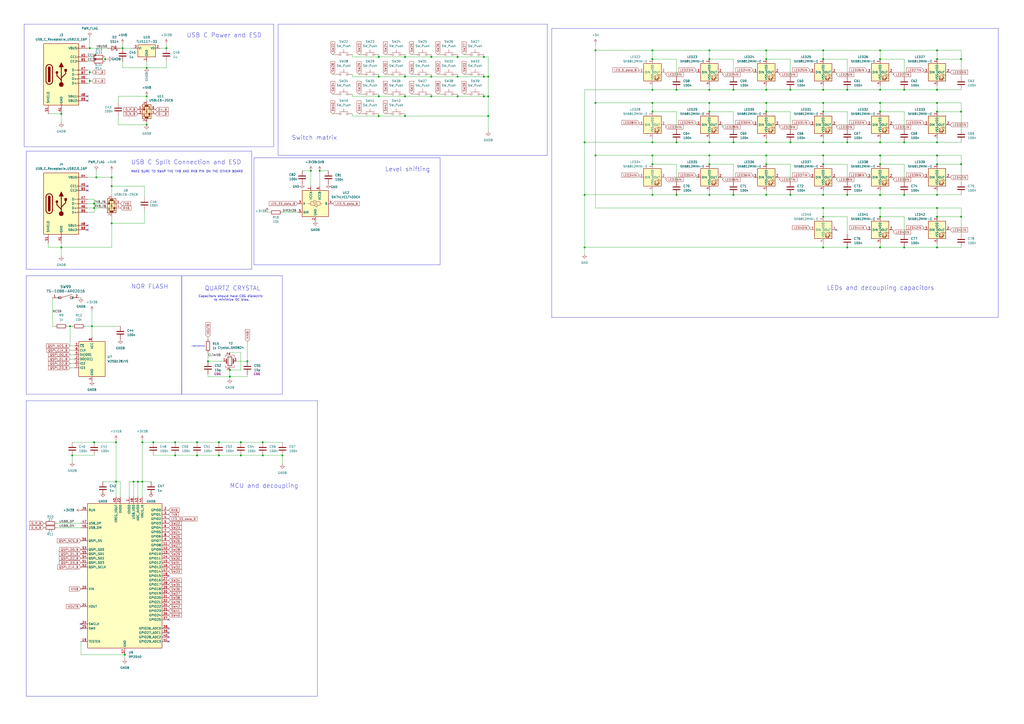
<source format=kicad_sch>
(kicad_sch (version 20231120) (generator "eeschema") (generator_version "8.0")
  (paper "A2")
  (junction (at 127 256.54))
  (junction (at 510.54 113.03))
  (junction (at 510.54 82.55))
  (junction (at 378.46 34.29))
  (junction (at 72.39 379.73))
  (junction (at 339.09 113.03))
  (junction (at 510.54 52.07))
  (junction (at 491.49 82.55))
  (junction (at 52.07 41.91))
  (junction (at 510.54 143.51))
  (junction (at 378.46 82.55))
  (junction (at 219.71 33.02))
  (junction (at 557.53 95.25))
  (junction (at 444.5 59.69))
  (junction (at 88.9 256.54))
  (junction (at 52.07 27.94))
  (junction (at 339.09 82.55))
  (junction (at 139.7 264.16))
  (junction (at 543.56 64.77))
  (junction (at 510.54 120.65))
  (junction (at 425.45 82.55))
  (junction (at 280.67 55.88))
  (junction (at 250.19 44.45))
  (junction (at 163.83 264.16))
  (junction (at 411.48 64.77))
  (junction (at 543.56 29.21))
  (junction (at 458.47 82.55))
  (junction (at 491.49 52.07))
  (junction (at 524.51 143.51))
  (junction (at 35.56 143.51))
  (junction (at 543.56 52.07))
  (junction (at 510.54 59.69))
  (junction (at 543.56 34.29))
  (junction (at 64.77 107.95))
  (junction (at 55.88 102.87))
  (junction (at 54.61 256.54))
  (junction (at 219.71 67.31))
  (junction (at 444.5 82.55))
  (junction (at 114.3 264.16))
  (junction (at 411.48 82.55))
  (junction (at 82.55 279.4))
  (junction (at 265.43 55.88))
  (junction (at 477.52 143.51))
  (junction (at 101.6 264.16))
  (junction (at 234.95 44.45))
  (junction (at 139.7 256.54))
  (junction (at 477.52 113.03))
  (junction (at 510.54 34.29))
  (junction (at 477.52 95.25))
  (junction (at 543.56 125.73))
  (junction (at 85.09 55.88))
  (junction (at 339.09 143.51))
  (junction (at 510.54 64.77))
  (junction (at 378.46 64.77))
  (junction (at 557.53 64.77))
  (junction (at 133.35 218.44))
  (junction (at 41.91 264.16))
  (junction (at 52.07 46.99))
  (junction (at 491.49 113.03))
  (junction (at 80.01 279.4))
  (junction (at 67.31 279.4))
  (junction (at 543.56 82.55))
  (junction (at 120.65 209.55))
  (junction (at 143.51 209.55))
  (junction (at 64.77 102.87))
  (junction (at 524.51 52.07))
  (junction (at 283.21 67.31))
  (junction (at 265.43 33.02))
  (junction (at 543.56 143.51))
  (junction (at 491.49 143.51))
  (junction (at 477.52 29.21))
  (junction (at 64.77 129.54))
  (junction (at 392.43 113.03))
  (junction (at 96.52 27.94))
  (junction (at 444.5 29.21))
  (junction (at 60.96 34.29))
  (junction (at 543.56 113.03))
  (junction (at 543.56 90.17))
  (junction (at 477.52 64.77))
  (junction (at 345.44 29.21))
  (junction (at 524.51 82.55))
  (junction (at 425.45 52.07))
  (junction (at 411.48 90.17))
  (junction (at 152.4 256.54))
  (junction (at 283.21 55.88))
  (junction (at 510.54 125.73))
  (junction (at 101.6 256.54))
  (junction (at 127 264.16))
  (junction (at 543.56 120.65))
  (junction (at 280.67 33.02))
  (junction (at 378.46 52.07))
  (junction (at 477.52 125.73))
  (junction (at 444.5 34.29))
  (junction (at 345.44 90.17))
  (junction (at 411.48 113.03))
  (junction (at 411.48 95.25))
  (junction (at 35.56 66.04))
  (junction (at 444.5 64.77))
  (junction (at 477.52 82.55))
  (junction (at 411.48 34.29))
  (junction (at 378.46 59.69))
  (junction (at 40.64 189.23))
  (junction (at 477.52 52.07))
  (junction (at 557.53 125.73))
  (junction (at 425.45 113.03))
  (junction (at 477.52 90.17))
  (junction (at 280.67 44.45))
  (junction (at 378.46 95.25))
  (junction (at 185.42 99.06))
  (junction (at 53.34 189.23))
  (junction (at 219.71 55.88))
  (junction (at 411.48 52.07))
  (junction (at 54.61 120.65))
  (junction (at 524.51 113.03))
  (junction (at 219.71 44.45))
  (junction (at 133.35 214.63))
  (junction (at 180.34 99.06))
  (junction (at 378.46 29.21))
  (junction (at 378.46 90.17))
  (junction (at 411.48 59.69))
  (junction (at 54.61 118.11))
  (junction (at 477.52 34.29))
  (junction (at 510.54 29.21))
  (junction (at 378.46 113.03))
  (junction (at 458.47 52.07))
  (junction (at 85.09 72.39))
  (junction (at 234.95 55.88))
  (junction (at 392.43 52.07))
  (junction (at 71.12 27.94))
  (junction (at 411.48 29.21))
  (junction (at 510.54 90.17))
  (junction (at 477.52 59.69))
  (junction (at 152.4 264.16))
  (junction (at 444.5 113.03))
  (junction (at 85.09 39.37))
  (junction (at 392.43 82.55))
  (junction (at 114.3 256.54))
  (junction (at 265.43 44.45))
  (junction (at 82.55 256.54))
  (junction (at 477.52 120.65))
  (junction (at 543.56 59.69))
  (junction (at 444.5 52.07))
  (junction (at 234.95 33.02))
  (junction (at 234.95 67.31))
  (junction (at 444.5 95.25))
  (junction (at 444.5 90.17))
  (junction (at 458.47 113.03))
  (junction (at 510.54 95.25))
  (junction (at 77.47 279.4))
  (junction (at 543.56 95.25))
  (junction (at 250.19 55.88))
  (junction (at 345.44 59.69))
  (junction (at 67.31 256.54))
  (junction (at 283.21 44.45))
  (junction (at 250.19 33.02))
  (junction (at 557.53 34.29))
  (no_connect (at 97.79 367.03))
  (no_connect (at 50.8 133.35))
  (no_connect (at 97.79 372.11))
  (no_connect (at 97.79 359.41))
  (no_connect (at 46.99 364.49))
  (no_connect (at 97.79 334.01))
  (no_connect (at 97.79 364.49))
  (no_connect (at 50.8 58.42))
  (no_connect (at 46.99 361.95))
  (no_connect (at 50.8 107.95))
  (no_connect (at 50.8 55.88))
  (no_connect (at 50.8 110.49))
  (no_connect (at 485.14 133.35))
  (no_connect (at 97.79 369.57))
  (no_connect (at 50.8 130.81))
  (wire (pts (xy 458.47 82.55) (xy 477.52 82.55)))
  (wire (pts (xy 50.8 115.57) (xy 54.61 115.57)))
  (wire (pts (xy 96.52 35.56) (xy 96.52 39.37)))
  (wire (pts (xy 85.09 39.37) (xy 96.52 39.37)))
  (wire (pts (xy 53.34 189.23) (xy 53.34 195.58)))
  (wire (pts (xy 444.5 110.49) (xy 444.5 113.03)))
  (wire (pts (xy 510.54 34.29) (xy 524.51 34.29)))
  (wire (pts (xy 133.35 218.44) (xy 120.65 218.44)))
  (wire (pts (xy 154.94 123.19) (xy 156.21 123.19)))
  (wire (pts (xy 425.45 95.25) (xy 425.45 105.41)))
  (wire (pts (xy 491.49 52.07) (xy 510.54 52.07)))
  (wire (pts (xy 50.8 27.94) (xy 52.07 27.94)))
  (wire (pts (xy 543.56 34.29) (xy 557.53 34.29)))
  (wire (pts (xy 67.31 256.54) (xy 67.31 279.4)))
  (wire (pts (xy 234.95 44.45) (xy 250.19 44.45)))
  (wire (pts (xy 436.88 40.64) (xy 436.88 41.91)))
  (wire (pts (xy 40.64 200.66) (xy 40.64 189.23)))
  (wire (pts (xy 101.6 264.16) (xy 114.3 264.16)))
  (wire (pts (xy 485.14 43.18) (xy 485.14 41.91)))
  (wire (pts (xy 208.28 66.04) (xy 209.55 66.04)))
  (wire (pts (xy 120.65 218.44) (xy 120.65 217.17)))
  (wire (pts (xy 436.88 101.6) (xy 436.88 102.87)))
  (wire (pts (xy 477.52 90.17) (xy 477.52 95.25)))
  (wire (pts (xy 386.08 41.91) (xy 386.08 43.18)))
  (wire (pts (xy 345.44 120.65) (xy 477.52 120.65)))
  (wire (pts (xy 59.69 279.4) (xy 67.31 279.4)))
  (wire (pts (xy 477.52 140.97) (xy 477.52 143.51)))
  (wire (pts (xy 378.46 64.77) (xy 392.43 64.77)))
  (wire (pts (xy 234.95 67.31) (xy 283.21 67.31)))
  (wire (pts (xy 41.91 256.54) (xy 54.61 256.54)))
  (wire (pts (xy 339.09 113.03) (xy 378.46 113.03)))
  (wire (pts (xy 71.12 25.4) (xy 71.12 27.94)))
  (wire (pts (xy 502.92 132.08) (xy 502.92 133.35)))
  (wire (pts (xy 458.47 95.25) (xy 458.47 105.41)))
  (wire (pts (xy 510.54 80.01) (xy 510.54 82.55)))
  (wire (pts (xy 55.88 99.06) (xy 55.88 102.87)))
  (wire (pts (xy 96.52 25.4) (xy 96.52 27.94)))
  (wire (pts (xy 52.07 40.64) (xy 52.07 41.91)))
  (wire (pts (xy 54.61 120.65) (xy 59.69 120.65)))
  (wire (pts (xy 339.09 113.03) (xy 339.09 143.51)))
  (wire (pts (xy 41.91 189.23) (xy 40.64 189.23)))
  (wire (pts (xy 50.8 102.87) (xy 55.88 102.87)))
  (wire (pts (xy 477.52 95.25) (xy 491.49 95.25)))
  (wire (pts (xy 152.4 264.16) (xy 163.83 264.16)))
  (wire (pts (xy 219.71 43.18) (xy 219.71 44.45)))
  (wire (pts (xy 485.14 72.39) (xy 485.14 73.66)))
  (wire (pts (xy 208.28 31.75) (xy 209.55 31.75)))
  (wire (pts (xy 425.45 64.77) (xy 425.45 74.93)))
  (wire (pts (xy 543.56 125.73) (xy 557.53 125.73)))
  (wire (pts (xy 543.56 29.21) (xy 510.54 29.21)))
  (wire (pts (xy 234.95 54.61) (xy 234.95 55.88)))
  (wire (pts (xy 74.93 288.29) (xy 74.93 279.4)))
  (wire (pts (xy 80.01 279.4) (xy 82.55 279.4)))
  (wire (pts (xy 46.99 372.11) (xy 46.99 379.73)))
  (wire (pts (xy 88.9 264.16) (xy 101.6 264.16)))
  (wire (pts (xy 524.51 52.07) (xy 543.56 52.07)))
  (wire (pts (xy 345.44 25.4) (xy 345.44 29.21)))
  (wire (pts (xy 204.47 31.75) (xy 204.47 33.02)))
  (wire (pts (xy 477.52 90.17) (xy 444.5 90.17)))
  (wire (pts (xy 436.88 71.12) (xy 436.88 72.39)))
  (wire (pts (xy 40.64 203.2) (xy 43.18 203.2)))
  (wire (pts (xy 510.54 125.73) (xy 524.51 125.73)))
  (wire (pts (xy 88.9 256.54) (xy 101.6 256.54)))
  (wire (pts (xy 223.52 54.61) (xy 224.79 54.61)))
  (wire (pts (xy 411.48 52.07) (xy 425.45 52.07)))
  (wire (pts (xy 64.77 99.06) (xy 64.77 102.87)))
  (wire (pts (xy 469.9 132.08) (xy 469.9 133.35)))
  (wire (pts (xy 557.53 59.69) (xy 543.56 59.69)))
  (wire (pts (xy 458.47 64.77) (xy 458.47 74.93)))
  (wire (pts (xy 510.54 95.25) (xy 524.51 95.25)))
  (wire (pts (xy 524.51 143.51) (xy 543.56 143.51)))
  (wire (pts (xy 53.34 180.34) (xy 53.34 189.23)))
  (wire (pts (xy 77.47 288.29) (xy 77.47 279.4)))
  (wire (pts (xy 425.45 113.03) (xy 444.5 113.03)))
  (wire (pts (xy 87.63 285.75) (xy 87.63 287.02)))
  (wire (pts (xy 477.52 120.65) (xy 477.52 125.73)))
  (wire (pts (xy 491.49 34.29) (xy 491.49 44.45)))
  (wire (pts (xy 543.56 90.17) (xy 510.54 90.17)))
  (wire (pts (xy 204.47 44.45) (xy 219.71 44.45)))
  (wire (pts (xy 77.47 279.4) (xy 80.01 279.4)))
  (wire (pts (xy 543.56 82.55) (xy 557.53 82.55)))
  (wire (pts (xy 411.48 29.21) (xy 378.46 29.21)))
  (wire (pts (xy 208.28 54.61) (xy 209.55 54.61)))
  (wire (pts (xy 52.07 46.99) (xy 53.34 46.99)))
  (wire (pts (xy 345.44 29.21) (xy 345.44 59.69)))
  (wire (pts (xy 64.77 102.87) (xy 64.77 107.95)))
  (wire (pts (xy 234.95 31.75) (xy 234.95 33.02)))
  (wire (pts (xy 378.46 113.03) (xy 392.43 113.03)))
  (wire (pts (xy 254 54.61) (xy 255.27 54.61)))
  (wire (pts (xy 193.04 66.04) (xy 194.31 66.04)))
  (wire (pts (xy 238.76 31.75) (xy 240.03 31.75)))
  (wire (pts (xy 55.88 102.87) (xy 64.77 102.87)))
  (wire (pts (xy 50.8 35.56) (xy 53.34 35.56)))
  (wire (pts (xy 444.5 90.17) (xy 444.5 95.25)))
  (wire (pts (xy 133.35 214.63) (xy 133.35 218.44)))
  (wire (pts (xy 43.18 200.66) (xy 40.64 200.66)))
  (wire (pts (xy 219.71 44.45) (xy 234.95 44.45)))
  (wire (pts (xy 491.49 143.51) (xy 510.54 143.51)))
  (wire (pts (xy 27.94 143.51) (xy 35.56 143.51)))
  (wire (pts (xy 557.53 120.65) (xy 543.56 120.65)))
  (wire (pts (xy 31.75 189.23) (xy 30.48 189.23)))
  (wire (pts (xy 524.51 95.25) (xy 524.51 105.41)))
  (wire (pts (xy 510.54 143.51) (xy 524.51 143.51)))
  (wire (pts (xy 477.52 29.21) (xy 477.52 34.29)))
  (wire (pts (xy 35.56 143.51) (xy 64.77 143.51)))
  (wire (pts (xy 139.7 204.47) (xy 139.7 214.63)))
  (wire (pts (xy 444.5 29.21) (xy 411.48 29.21)))
  (wire (pts (xy 386.08 72.39) (xy 386.08 73.66)))
  (wire (pts (xy 444.5 80.01) (xy 444.5 82.55)))
  (wire (pts (xy 85.09 72.39) (xy 68.58 72.39)))
  (wire (pts (xy 234.95 33.02) (xy 250.19 33.02)))
  (wire (pts (xy 250.19 33.02) (xy 265.43 33.02)))
  (wire (pts (xy 524.51 82.55) (xy 543.56 82.55)))
  (wire (pts (xy 378.46 29.21) (xy 345.44 29.21)))
  (wire (pts (xy 69.85 27.94) (xy 71.12 27.94)))
  (wire (pts (xy 204.47 67.31) (xy 219.71 67.31)))
  (wire (pts (xy 234.95 67.31) (xy 234.95 66.04)))
  (wire (pts (xy 265.43 54.61) (xy 265.43 55.88)))
  (wire (pts (xy 535.94 101.6) (xy 535.94 102.87)))
  (wire (pts (xy 68.58 72.39) (xy 68.58 67.31)))
  (wire (pts (xy 83.82 114.3) (xy 83.82 107.95)))
  (wire (pts (xy 444.5 52.07) (xy 458.47 52.07)))
  (wire (pts (xy 510.54 59.69) (xy 477.52 59.69)))
  (wire (pts (xy 83.82 129.54) (xy 64.77 129.54)))
  (wire (pts (xy 250.19 44.45) (xy 265.43 44.45)))
  (wire (pts (xy 265.43 43.18) (xy 265.43 44.45)))
  (wire (pts (xy 370.84 71.12) (xy 370.84 72.39)))
  (wire (pts (xy 74.93 279.4) (xy 77.47 279.4)))
  (wire (pts (xy 510.54 90.17) (xy 510.54 95.25)))
  (wire (pts (xy 452.12 43.18) (xy 452.12 41.91)))
  (wire (pts (xy 518.16 43.18) (xy 518.16 41.91)))
  (wire (pts (xy 419.1 41.91) (xy 419.1 43.18)))
  (wire (pts (xy 82.55 279.4) (xy 87.63 279.4)))
  (wire (pts (xy 444.5 59.69) (xy 411.48 59.69)))
  (wire (pts (xy 137.16 209.55) (xy 143.51 209.55)))
  (wire (pts (xy 370.84 40.64) (xy 370.84 41.91)))
  (wire (pts (xy 477.52 49.53) (xy 477.52 52.07)))
  (wire (pts (xy 524.51 64.77) (xy 524.51 74.93)))
  (wire (pts (xy 510.54 59.69) (xy 510.54 64.77)))
  (wire (pts (xy 543.56 120.65) (xy 510.54 120.65)))
  (wire (pts (xy 510.54 110.49) (xy 510.54 113.03)))
  (wire (pts (xy 411.48 64.77) (xy 425.45 64.77)))
  (wire (pts (xy 163.83 264.16) (xy 163.83 269.24)))
  (wire (pts (xy 477.52 59.69) (xy 444.5 59.69)))
  (wire (pts (xy 54.61 115.57) (xy 54.61 118.11)))
  (wire (pts (xy 46.99 379.73) (xy 72.39 379.73)))
  (wire (pts (xy 101.6 256.54) (xy 114.3 256.54)))
  (wire (pts (xy 339.09 82.55) (xy 339.09 113.03)))
  (wire (pts (xy 339.09 143.51) (xy 339.09 147.32)))
  (wire (pts (xy 411.48 59.69) (xy 378.46 59.69)))
  (wire (pts (xy 68.58 55.88) (xy 68.58 59.69)))
  (wire (pts (xy 71.12 39.37) (xy 71.12 35.56)))
  (wire (pts (xy 543.56 110.49) (xy 543.56 113.03)))
  (wire (pts (xy 49.53 189.23) (xy 53.34 189.23)))
  (wire (pts (xy 35.56 148.59) (xy 35.56 143.51)))
  (wire (pts (xy 143.51 217.17) (xy 143.51 218.44)))
  (wire (pts (xy 280.67 44.45) (xy 280.67 43.18)))
  (wire (pts (xy 50.8 123.19) (xy 54.61 123.19)))
  (wire (pts (xy 378.46 110.49) (xy 378.46 113.03)))
  (wire (pts (xy 477.52 34.29) (xy 491.49 34.29)))
  (wire (pts (xy 524.51 34.29) (xy 524.51 44.45)))
  (wire (pts (xy 40.64 210.82) (xy 43.18 210.82)))
  (wire (pts (xy 193.04 43.18) (xy 194.31 43.18)))
  (wire (pts (xy 378.46 34.29) (xy 392.43 34.29)))
  (wire (pts (xy 557.53 95.25) (xy 557.53 105.41)))
  (wire (pts (xy 185.42 99.06) (xy 190.5 99.06)))
  (wire (pts (xy 54.61 123.19) (xy 54.61 120.65)))
  (wire (pts (xy 392.43 64.77) (xy 392.43 74.93)))
  (wire (pts (xy 52.07 48.26) (xy 52.07 46.99)))
  (wire (pts (xy 339.09 52.07) (xy 339.09 82.55)))
  (wire (pts (xy 193.04 31.75) (xy 194.31 31.75)))
  (wire (pts (xy 127 264.16) (xy 139.7 264.16)))
  (wire (pts (xy 411.48 113.03) (xy 425.45 113.03)))
  (wire (pts (xy 50.8 48.26) (xy 52.07 48.26)))
  (wire (pts (xy 27.94 140.97) (xy 27.94 143.51)))
  (wire (pts (xy 265.43 33.02) (xy 280.67 33.02)))
  (wire (pts (xy 41.91 264.16) (xy 41.91 267.97)))
  (wire (pts (xy 557.53 90.17) (xy 543.56 90.17)))
  (wire (pts (xy 510.54 52.07) (xy 524.51 52.07)))
  (wire (pts (xy 425.45 34.29) (xy 425.45 44.45)))
  (wire (pts (xy 345.44 90.17) (xy 345.44 120.65)))
  (wire (pts (xy 52.07 21.59) (xy 52.07 27.94)))
  (wire (pts (xy 219.71 66.04) (xy 219.71 67.31)))
  (wire (pts (xy 250.19 43.18) (xy 250.19 44.45)))
  (wire (pts (xy 234.95 55.88) (xy 250.19 55.88)))
  (wire (pts (xy 491.49 95.25) (xy 491.49 105.41)))
  (wire (pts (xy 543.56 143.51) (xy 557.53 143.51)))
  (wire (pts (xy 193.04 54.61) (xy 194.31 54.61)))
  (wire (pts (xy 518.16 102.87) (xy 518.16 104.14)))
  (wire (pts (xy 411.48 34.29) (xy 425.45 34.29)))
  (wire (pts (xy 163.83 123.19) (xy 172.72 123.19)))
  (wire (pts (xy 477.52 52.07) (xy 491.49 52.07)))
  (wire (pts (xy 469.9 40.64) (xy 469.9 41.91)))
  (wire (pts (xy 72.39 382.27) (xy 72.39 379.73)))
  (wire (pts (xy 502.92 101.6) (xy 502.92 102.87)))
  (wire (pts (xy 557.53 29.21) (xy 543.56 29.21)))
  (wire (pts (xy 419.1 72.39) (xy 419.1 73.66)))
  (wire (pts (xy 80.01 288.29) (xy 80.01 279.4)))
  (wire (pts (xy 40.64 205.74) (xy 43.18 205.74)))
  (wire (pts (xy 485.14 102.87) (xy 485.14 104.14)))
  (wire (pts (xy 33.02 303.53) (xy 46.99 303.53)))
  (wire (pts (xy 27.94 66.04) (xy 35.56 66.04)))
  (wire (pts (xy 250.19 54.61) (xy 250.19 55.88)))
  (wire (pts (xy 425.45 82.55) (xy 444.5 82.55)))
  (wire (pts (xy 392.43 95.25) (xy 392.43 105.41)))
  (wire (pts (xy 269.24 31.75) (xy 270.51 31.75)))
  (wire (pts (xy 510.54 49.53) (xy 510.54 52.07)))
  (wire (pts (xy 152.4 256.54) (xy 163.83 256.54)))
  (wire (pts (xy 444.5 95.25) (xy 458.47 95.25)))
  (wire (pts (xy 386.08 102.87) (xy 386.08 104.14)))
  (wire (pts (xy 557.53 34.29) (xy 557.53 44.45)))
  (wire (pts (xy 35.56 140.97) (xy 35.56 143.51)))
  (wire (pts (xy 33.02 306.07) (xy 46.99 306.07)))
  (wire (pts (xy 392.43 34.29) (xy 392.43 44.45)))
  (wire (pts (xy 510.54 29.21) (xy 510.54 34.29)))
  (wire (pts (xy 59.69 285.75) (xy 59.69 287.02)))
  (wire (pts (xy 491.49 113.03) (xy 510.54 113.03)))
  (wire (pts (xy 133.35 204.47) (xy 139.7 204.47)))
  (wire (pts (xy 378.46 90.17) (xy 345.44 90.17)))
  (wire (pts (xy 85.09 39.37) (xy 71.12 39.37)))
  (wire (pts (xy 85.09 55.88) (xy 85.09 58.42)))
  (wire (pts (xy 543.56 113.03) (xy 557.53 113.03)))
  (wire (pts (xy 524.51 113.03) (xy 543.56 113.03)))
  (wire (pts (xy 378.46 90.17) (xy 378.46 95.25)))
  (wire (pts (xy 425.45 52.07) (xy 444.5 52.07)))
  (wire (pts (xy 392.43 113.03) (xy 411.48 113.03)))
  (wire (pts (xy 444.5 64.77) (xy 458.47 64.77)))
  (wire (pts (xy 557.53 125.73) (xy 557.53 135.89)))
  (wire (pts (xy 392.43 82.55) (xy 378.46 82.55)))
  (wire (pts (xy 269.24 54.61) (xy 270.51 54.61)))
  (wire (pts (xy 204.47 55.88) (xy 219.71 55.88)))
  (wire (pts (xy 52.07 43.18) (xy 52.07 41.91)))
  (wire (pts (xy 535.94 71.12) (xy 535.94 72.39)))
  (wire (pts (xy 30.48 189.23) (xy 30.48 172.72)))
  (wire (pts (xy 469.9 71.12) (xy 469.9 72.39)))
  (wire (pts (xy 403.86 40.64) (xy 403.86 41.91)))
  (wire (pts (xy 280.67 55.88) (xy 280.67 54.61)))
  (wire (pts (xy 69.85 279.4) (xy 67.31 279.4)))
  (wire (pts (xy 92.71 27.94) (xy 96.52 27.94)))
  (wire (pts (xy 139.7 214.63) (xy 133.35 214.63)))
  (wire (pts (xy 557.53 125.73) (xy 557.53 120.65)))
  (wire (pts (xy 518.16 72.39) (xy 518.16 73.66)))
  (wire (pts (xy 524.51 125.73) (xy 524.51 135.89)))
  (wire (pts (xy 54.61 264.16) (xy 41.91 264.16)))
  (wire (pts (xy 543.56 52.07) (xy 557.53 52.07)))
  (wire (pts (xy 82.55 279.4) (xy 82.55 288.29)))
  (wire (pts (xy 477.52 125.73) (xy 491.49 125.73)))
  (wire (pts (xy 120.65 204.47) (xy 120.65 209.55)))
  (wire (pts (xy 502.92 40.64) (xy 502.92 41.91)))
  (wire (pts (xy 411.48 59.69) (xy 411.48 64.77)))
  (wire (pts (xy 411.48 90.17) (xy 411.48 95.25)))
  (wire (pts (xy 510.54 120.65) (xy 477.52 120.65)))
  (wire (pts (xy 283.21 33.02) (xy 283.21 44.45)))
  (wire (pts (xy 143.51 218.44) (xy 133.35 218.44)))
  (wire (pts (xy 411.48 82.55) (xy 425.45 82.55)))
  (wire (pts (xy 204.47 43.18) (xy 204.47 44.45)))
  (wire (pts (xy 64.77 107.95) (xy 64.77 113.03)))
  (wire (pts (xy 403.86 101.6) (xy 403.86 102.87)))
  (wire (pts (xy 238.76 54.61) (xy 240.03 54.61)))
  (wire (pts (xy 378.46 82.55) (xy 339.09 82.55)))
  (wire (pts (xy 510.54 29.21) (xy 477.52 29.21)))
  (wire (pts (xy 452.12 102.87) (xy 452.12 104.14)))
  (wire (pts (xy 543.56 90.17) (xy 543.56 95.25)))
  (wire (pts (xy 67.31 279.4) (xy 67.31 288.29)))
  (wire (pts (xy 54.61 256.54) (xy 67.31 256.54)))
  (wire (pts (xy 60.96 34.29) (xy 62.23 34.29)))
  (wire (pts (xy 411.48 110.49) (xy 411.48 113.03)))
  (wire (pts (xy 219.71 54.61) (xy 219.71 55.88)))
  (wire (pts (xy 444.5 113.03) (xy 458.47 113.03)))
  (wire (pts (xy 477.52 113.03) (xy 491.49 113.03)))
  (wire (pts (xy 204.47 66.04) (xy 204.47 67.31)))
  (wire (pts (xy 411.48 29.21) (xy 411.48 34.29)))
  (wire (pts (xy 45.72 172.72) (xy 46.99 172.72)))
  (wire (pts (xy 185.42 99.06) (xy 185.42 107.95)))
  (wire (pts (xy 223.52 43.18) (xy 224.79 43.18)))
  (wire (pts (xy 345.44 59.69) (xy 378.46 59.69)))
  (wire (pts (xy 477.52 80.01) (xy 477.52 82.55)))
  (wire (pts (xy 444.5 29.21) (xy 444.5 34.29)))
  (wire (pts (xy 458.47 52.07) (xy 477.52 52.07)))
  (wire (pts (xy 114.3 256.54) (xy 127 256.54)))
  (wire (pts (xy 60.96 33.02) (xy 60.96 34.29)))
  (wire (pts (xy 39.37 189.23) (xy 40.64 189.23)))
  (wire (pts (xy 477.52 29.21) (xy 444.5 29.21)))
  (wire (pts (xy 269.24 43.18) (xy 270.51 43.18)))
  (wire (pts (xy 491.49 125.73) (xy 491.49 135.89)))
  (wire (pts (xy 265.43 31.75) (xy 265.43 33.02)))
  (wire (pts (xy 378.46 95.25) (xy 392.43 95.25)))
  (wire (pts (xy 510.54 140.97) (xy 510.54 143.51)))
  (wire (pts (xy 411.48 95.25) (xy 425.45 95.25)))
  (wire (pts (xy 378.46 80.01) (xy 378.46 82.55)))
  (wire (pts (xy 82.55 256.54) (xy 88.9 256.54)))
  (wire (pts (xy 378.46 49.53) (xy 378.46 52.07)))
  (wire (pts (xy 40.64 213.36) (xy 43.18 213.36)))
  (wire (pts (xy 50.8 120.65) (xy 54.61 120.65)))
  (wire (pts (xy 543.56 64.77) (xy 557.53 64.77)))
  (wire (pts (xy 419.1 102.87) (xy 419.1 104.14)))
  (wire (pts (xy 64.77 143.51) (xy 64.77 129.54)))
  (wire (pts (xy 477.52 143.51) (xy 491.49 143.51)))
  (wire (pts (xy 378.46 29.21) (xy 378.46 34.29)))
  (wire (pts (xy 392.43 82.55) (xy 411.48 82.55)))
  (wire (pts (xy 280.67 55.88) (xy 283.21 55.88)))
  (wire (pts (xy 283.21 67.31) (xy 283.21 76.2)))
  (wire (pts (xy 143.51 198.12) (xy 143.51 209.55)))
  (wire (pts (xy 491.49 82.55) (xy 510.54 82.55)))
  (wire (pts (xy 557.53 34.29) (xy 557.53 29.21)))
  (wire (pts (xy 502.92 71.12) (xy 502.92 72.39)))
  (wire (pts (xy 67.31 255.27) (xy 67.31 256.54)))
  (wire (pts (xy 491.49 64.77) (xy 491.49 74.93)))
  (wire (pts (xy 557.53 95.25) (xy 557.53 90.17)))
  (wire (pts (xy 543.56 59.69) (xy 510.54 59.69)))
  (wire (pts (xy 265.43 55.88) (xy 280.67 55.88)))
  (wire (pts (xy 411.48 80.01) (xy 411.48 82.55)))
  (wire (pts (xy 510.54 64.77) (xy 524.51 64.77)))
  (wire (pts (xy 403.86 71.12) (xy 403.86 72.39)))
  (wire (pts (xy 510.54 90.17) (xy 477.52 90.17)))
  (wire (pts (xy 280.67 33.02) (xy 283.21 33.02)))
  (wire (pts (xy 280.67 33.02) (xy 280.67 31.75)))
  (wire (pts (xy 283.21 55.88) (xy 283.21 67.31)))
  (wire (pts (xy 50.8 45.72) (xy 52.07 45.72)))
  (wire (pts (xy 127 256.54) (xy 139.7 256.54)))
  (wire (pts (xy 53.34 33.02) (xy 50.8 33.02)))
  (wire (pts (xy 50.8 118.11) (xy 54.61 118.11)))
  (wire (pts (xy 50.8 43.18) (xy 52.07 43.18)))
  (wire (pts (xy 411.48 49.53) (xy 411.48 52.07)))
  (wire (pts (xy 139.7 256.54) (xy 152.4 256.54)))
  (wire (pts (xy 535.94 40.64) (xy 535.94 41.91)))
  (wire (pts (xy 139.7 264.16) (xy 152.4 264.16)))
  (wire (pts (xy 265.43 44.45) (xy 280.67 44.45)))
  (wire (pts (xy 543.56 140.97) (xy 543.56 143.51)))
  (wire (pts (xy 82.55 255.27) (xy 82.55 256.54)))
  (wire (pts (xy 378.46 52.07) (xy 339.09 52.07)))
  (wire (pts (xy 180.34 99.06) (xy 180.34 107.95)))
  (wire (pts (xy 50.8 40.64) (xy 52.07 40.64)))
  (wire (pts (xy 518.16 133.35) (xy 518.16 134.62)))
  (wire (pts (xy 378.46 59.69) (xy 378.46 64.77)))
  (wire (pts (xy 82.55 256.54) (xy 82.55 279.4)))
  (wire (pts (xy 208.28 43.18) (xy 209.55 43.18)))
  (wire (pts (xy 52.07 45.72) (xy 52.07 46.99)))
  (wire (pts (xy 238.76 43.18) (xy 240.03 43.18)))
  (wire (pts (xy 71.12 27.94) (xy 77.47 27.94)))
  (wire (pts (xy 35.56 71.12) (xy 35.56 66.04)))
  (wire (pts (xy 85.09 72.39) (xy 85.09 71.12)))
  (wire (pts (xy 54.61 118.11) (xy 59.69 118.11)))
  (wire (pts (xy 85.09 35.56) (xy 85.09 39.37)))
  (wire (pts (xy 254 43.18) (xy 255.27 43.18)))
  (wire (pts (xy 411.48 90.17) (xy 378.46 90.17)))
  (wire (pts (xy 444.5 49.53) (xy 444.5 52.07)))
  (wire (pts (xy 543.56 95.25) (xy 557.53 95.25)))
  (wire (pts (xy 40.64 208.28) (xy 43.18 208.28)))
  (wire (pts (xy 64.77 129.54) (xy 64.77 125.73)))
  (wire (pts (xy 204.47 54.61) (xy 204.47 55.88)))
  (wire (pts (xy 458.47 113.03) (xy 477.52 113.03)))
  (wire (pts (xy 83.82 121.92) (xy 83.82 129.54)))
  (wire (pts (xy 477.52 64.77) (xy 491.49 64.77)))
  (wire (pts (xy 223.52 31.75) (xy 224.79 31.75)))
  (wire (pts (xy 83.82 107.95) (xy 64.77 107.95)))
  (wire (pts (xy 452.12 72.39) (xy 452.12 73.66)))
  (wire (pts (xy 444.5 90.17) (xy 411.48 90.17)))
  (wire (pts (xy 477.52 110.49) (xy 477.52 113.03)))
  (wire (pts (xy 458.47 34.29) (xy 458.47 44.45)))
  (wire (pts (xy 557.53 64.77) (xy 557.53 74.93)))
  (wire (pts (xy 250.19 55.88) (xy 265.43 55.88)))
  (wire (pts (xy 378.46 52.07) (xy 392.43 52.07)))
  (wire (pts (xy 219.71 55.88) (xy 234.95 55.88)))
  (wire (pts (xy 370.84 101.6) (xy 370.84 102.87)))
  (wire (pts (xy 557.53 64.77) (xy 557.53 59.69)))
  (wire (pts (xy 477.52 59.69) (xy 477.52 64.77)))
  (wire (pts (xy 444.5 34.29) (xy 458.47 34.29)))
  (wire (pts (xy 543.56 120.65) (xy 543.56 125.73)))
  (wire (pts (xy 219.71 31.75) (xy 219.71 33.02)))
  (wire (pts (xy 510.54 82.55) (xy 524.51 82.55)))
  (wire (pts (xy 339.09 143.51) (xy 477.52 143.51)))
  (wire (pts (xy 204.47 33.02) (xy 219.71 33.02)))
  (wire (pts (xy 85.09 55.88) (xy 68.58 55.88)))
  (wire (pts (xy 114.3 264.16) (xy 127 264.16)))
  (wire (pts (xy 392.43 52.07) (xy 411.48 52.07)))
  (wire (pts (xy 444.5 59.69) (xy 444.5 64.77)))
  (wire (pts (xy 175.26 99.06) (xy 180.34 99.06)))
  (wire (pts (xy 53.34 189.23) (xy 69.85 189.23)))
  (wire (pts (xy 60.96 34.29) (xy 60.96 35.56)))
  (wire (pts (xy 120.65 209.55) (xy 129.54 209.55)))
  (wire (pts (xy 543.56 80.01) (xy 543.56 82.55)))
  (wire (pts (xy 219.71 67.31) (xy 234.95 67.31)))
  (wire (pts (xy 69.85 279.4) (xy 69.85 288.29)))
  (wire (pts (xy 280.67 44.45) (xy 283.21 44.45)))
  (wire (pts (xy 283.21 44.45) (xy 283.21 55.88)))
  (wire (pts (xy 510.54 113.03) (xy 524.51 113.03)))
  (wire (pts (xy 223.52 66.04) (xy 224.79 66.04)))
  (wire (pts (xy 133.35 218.44) (xy 133.35 219.71)))
  (wire (pts (xy 52.07 41.91) (xy 53.34 41.91)))
  (wire (pts (xy 477.52 82.55) (xy 491.49 82.55)))
  (wire (pts (xy 444.5 82.55) (xy 458.47 82.55)))
  (wire (pts (xy 510.54 120.65) (xy 510.54 125.73)))
  (wire (pts (xy 543.56 59.69) (xy 543.56 64.77)))
  (wire (pts (xy 254 31.75) (xy 255.27 31.75)))
  (wire (pts (xy 120.65 195.58) (xy 120.65 196.85)))
  (wire (pts (xy 543.56 49.53) (xy 543.56 52.07)))
  (wire (pts (xy 219.71 33.02) (xy 234.95 33.02)))
  (wire (pts (xy 345.44 59.69) (xy 345.44 90.17)))
  (wire (pts (xy 469.9 101.6) (xy 469.9 102.87)))
  (wire (pts (xy 250.19 31.75) (xy 250.19 33.02)))
  (wire (pts (xy 535.94 132.08) (xy 535.94 133.35)))
  (wire (pts (xy 543.56 29.21) (xy 543.56 34.29)))
  (wire (pts (xy 52.07 27.94) (xy 62.23 27.94)))
  (wire (pts (xy 234.95 43.18) (xy 234.95 44.45)))
  (rectangle (start 15.24 160.02) (end 105.41 228.6))
  (rectangle (start 15.24 232.41) (end 184.15 403.86))
  (rectangle (start 105.41 160.02) (end 163.83 228.6))
  (rectangle (start 320.04 16.51) (end 579.12 184.15))
  (rectangle (start 15.24 87.63) (end 146.05 156.21))
  (rectangle (start 161.29 13.97) (end 317.5 90.17))
  (rectangle (start 147.32 91.44) (end 255.27 153.67))
  (rectangle (start 13.97 13.97) (end 158.75 85.09))
  (text "Capacitors should have C0G dialectric\n to minimize DC bias." (at 133.858 172.974 0) (effects (font (size 1.27 1.27))))
  (text "1k resistor to not overdrive the crystal" (at 115.062 200.914 0) (effects (font (size 0.254 0.254))))
  (text "Level shifting" (at 236.474 98.298 0) (effects (font (size 2.54 2.54))))
  (text "NOR FLASH\n" (at 86.868 166.37 0) (effects (font (size 2.54 2.54))))
  (text "MCU and decoupling" (at 153.162 281.94 0) (effects (font (size 2.54 2.54))))
  (text "USB C Split Connection and ESD\n" (at 107.95 94.234 0) (effects (font (size 2.54 2.54))))
  (text "Switch matrix\n" (at 182.372 80.01 0) (effects (font (size 2.54 2.54))))
  (text "QUARTZ CRYSTAL" (at 134.874 167.386 0) (effects (font (size 2.54 2.54))))
  (text "LEDs and decoupling capacitors" (at 510.794 167.132 0) (effects (font (size 2.54 2.54))))
  (text "USB C Power and ESD\n" (at 130.048 20.574 0) (effects (font (size 2.54 2.54))))
  (text "MAKE SURE TO SWAP THE TXB AND RXB PIN ON THE OTHER BOARD\n" (at 108.458 99.568 0) (effects (font (size 1.27 1.27))))
  (label "RXB_IN" (at 54.61 120.65 0))
  (label "CC2B" (at 50.8 35.56 0))
  (label "TXB_IN" (at 54.61 118.11 0))
  (label "USBB_DN" (at 34.29 306.07 0))
  (label "DIR3V3B" (at 163.83 123.19 0))
  (label "USBB_DP" (at 34.29 303.53 0))
  (label "CC1B" (at 50.8 33.02 0))
  (label "VBUSB" (at 55.88 27.94 0))
  (label "NCSB" (at 30.48 181.61 0))
  (label "CLimitB" (at 120.65 207.01 0))
  (global_label "QSPI_CLK_B" (shape input) (at 46.99 328.93 180) (property "Intersheetrefs" "${INTERSHEET_REFS}" (effects (hide yes))))
  (global_label "QSPI_D3_B" (shape input) (at 46.99 326.39 180) (property "Intersheetrefs" "${INTERSHEET_REFS}" (effects (hide yes))))
  (global_label "LED25IN" (shape input) (at 452.12 43.18 0) (property "Intersheetrefs" "${INTERSHEET_REFS}" (effects (hide yes))))
  (global_label "TXB" (shape input) (at 97.79 298.45 0) (property "Intersheetrefs" "${INTERSHEET_REFS}" (effects (hide yes))))
  (global_label "LED34IN" (shape input) (at 386.08 73.66 0) (property "Intersheetrefs" "${INTERSHEET_REFS}" (effects (hide yes))))
  (global_label "SW27" (shape input) (at 97.79 316.23 0) (property "Intersheetrefs" "${INTERSHEET_REFS}" (effects (hide yes))))
  (global_label "LED28IN" (shape input) (at 419.1 73.66 0) (property "Intersheetrefs" "${INTERSHEET_REFS}" (effects (hide yes))))
  (global_label "SW25" (shape input) (at 238.76 31.75 90) (property "Intersheetrefs" "${INTERSHEET_REFS}" (effects (hide yes))))
  (global_label "XOUTB" (shape input) (at 46.99 351.79 180) (property "Intersheetrefs" "${INTERSHEET_REFS}" (effects (hide yes))))
  (global_label "LED38IN" (shape input) (at 485.14 104.14 0) (property "Intersheetrefs" "${INTERSHEET_REFS}" (effects (hide yes))))
  (global_label "LED23IN" (shape input) (at 403.86 40.64 180) (property "Intersheetrefs" "${INTERSHEET_REFS}" (effects (hide yes))))
  (global_label "LED24IN" (shape input) (at 436.88 40.64 180) (property "Intersheetrefs" "${INTERSHEET_REFS}" (effects (hide yes))))
  (global_label "LED25IN" (shape input) (at 469.9 40.64 180) (property "Intersheetrefs" "${INTERSHEET_REFS}" (effects (hide yes))))
  (global_label "LED33IN" (shape input) (at 535.94 71.12 180) (property "Intersheetrefs" "${INTERSHEET_REFS}" (effects (hide yes))))
  (global_label "LED31IN" (shape input) (at 469.9 71.12 180) (property "Intersheetrefs" "${INTERSHEET_REFS}" (effects (hide yes))))
  (global_label "LED32IN" (shape input) (at 551.18 72.39 0) (property "Intersheetrefs" "${INTERSHEET_REFS}" (effects (hide yes))))
  (global_label "LED_5_data_B" (shape input) (at 370.84 40.64 180) (property "Intersheetrefs" "${INTERSHEET_REFS}" (effects (hide yes))))
  (global_label "SW38" (shape input) (at 254 54.61 90) (property "Intersheetrefs" "${INTERSHEET_REFS}" (effects (hide yes))))
  (global_label "LED24IN" (shape input) (at 419.1 43.18 0) (property "Intersheetrefs" "${INTERSHEET_REFS}" (effects (hide yes))))
  (global_label "LED40IN" (shape input) (at 469.9 132.08 180) (property "Intersheetrefs" "${INTERSHEET_REFS}" (effects (hide yes))))
  (global_label "SW32" (shape input) (at 97.79 328.93 0) (property "Intersheetrefs" "${INTERSHEET_REFS}" (effects (hide yes))))
  (global_label "QSPI_D2_B" (shape input) (at 40.64 210.82 180) (property "Intersheetrefs" "${INTERSHEET_REFS}" (effects (hide yes))))
  (global_label "QSPI_NCS_B" (shape input) (at 46.99 313.69 180) (property "Intersheetrefs" "${INTERSHEET_REFS}" (effects (hide yes))))
  (global_label "SW35" (shape input) (at 208.28 54.61 90) (property "Intersheetrefs" "${INTERSHEET_REFS}" (effects (hide yes))))
  (global_label "QSPI_D3_B" (shape input) (at 40.64 213.36 180) (property "Intersheetrefs" "${INTERSHEET_REFS}" (effects (hide yes))))
  (global_label "D_N_B" (shape input) (at 80.01 66.04 180) (property "Intersheetrefs" "${INTERSHEET_REFS}" (effects (hide yes))))
  (global_label "LED34IN" (shape input) (at 370.84 101.6 180) (property "Intersheetrefs" "${INTERSHEET_REFS}" (effects (hide yes))))
  (global_label "XINB" (shape input) (at 46.99 341.63 180) (property "Intersheetrefs" "${INTERSHEET_REFS}" (effects (hide yes))))
  (global_label "SW30" (shape input) (at 223.52 43.18 90) (property "Intersheetrefs" "${INTERSHEET_REFS}" (effects (hide yes))))
  (global_label "SW37" (shape input) (at 238.76 54.61 90) (property "Intersheetrefs" "${INTERSHEET_REFS}" (effects (hide yes))))
  (global_label "LED35IN" (shape input) (at 386.08 104.14 0) (property "Intersheetrefs" "${INTERSHEET_REFS}" (effects (hide yes))))
  (global_label "D_N_B" (shape input) (at 25.4 306.07 180) (property "Intersheetrefs" "${INTERSHEET_REFS}" (effects (hide yes))))
  (global_label "D_P_B" (shape input) (at 25.4 303.53 180) (property "Intersheetrefs" "${INTERSHEET_REFS}" (effects (hide yes))))
  (global_label "LED27IN" (shape input) (at 518.16 43.18 0) (property "Intersheetrefs" "${INTERSHEET_REFS}" (effects (hide yes))))
  (global_label "SW42" (shape input) (at 97.79 351.79 0) (property "Intersheetrefs" "${INTERSHEET_REFS}" (effects (hide yes))))
  (global_label "XINB" (shape input) (at 143.51 198.12 90) (property "Intersheetrefs" "${INTERSHEET_REFS}" (effects (hide yes))))
  (global_label "QSPI_D1_B" (shape input) (at 46.99 321.31 180) (property "Intersheetrefs" "${INTERSHEET_REFS}" (effects (hide yes))))
  (global_label "LED29IN" (shape input) (at 403.86 71.12 180) (property "Intersheetrefs" "${INTERSHEET_REFS}" (effects (hide yes))))
  (global_label "SW42" (shape input) (at 223.52 66.04 90) (property "Intersheetrefs" "${INTERSHEET_REFS}" (effects (hide yes))))
  (global_label "QSPI_D0_B" (shape input) (at 40.64 205.74 180) (property "Intersheetrefs" "${INTERSHEET_REFS}" (effects (hide yes))))
  (global_label "LED35IN" (shape input) (at 403.86 101.6 180) (property "Intersheetrefs" "${INTERSHEET_REFS}" (effects (hide yes))))
  (global_label "SW25" (shape input) (at 97.79 311.15 0) (property "Intersheetrefs" "${INTERSHEET_REFS}" (effects (hide yes))))
  (global_label "SW30" (shape input) (at 97.79 323.85 0) (property "Intersheetrefs" "${INTERSHEET_REFS}" (effects (hide yes))))
  (global_label "SW34" (shape input) (at 193.04 54.61 90) (property "Intersheetrefs" "${INTERSHEET_REFS}" (effects (hide yes))))
  (global_label "SW33" (shape input) (at 269.24 43.18 90) (property "Intersheetrefs" "${INTERSHEET_REFS}" (effects (hide yes))))
  (global_label "SW39" (shape input) (at 97.79 349.25 0) (property "Intersheetrefs" "${INTERSHEET_REFS}" (effects (hide yes))))
  (global_label "SW41" (shape input) (at 97.79 354.33 0) (property "Intersheetrefs" "${INTERSHEET_REFS}" (effects (hide yes))))
  (global_label "LED_33_data_B" (shape input) (at 172.72 118.11 180) (property "Intersheetrefs" "${INTERSHEET_REFS}" (effects (hide yes))))
  (global_label "LED42IN" (shape input) (at 535.94 132.08 180) (property "Intersheetrefs" "${INTERSHEET_REFS}" (effects (hide yes))))
  (global_label "SW37" (shape input) (at 97.79 344.17 0) (property "Intersheetrefs" "${INTERSHEET_REFS}" (effects (hide yes))))
  (global_label "LED23IN" (shape input) (at 386.08 43.18 0) (property "Intersheetrefs" "${INTERSHEET_REFS}" (effects (hide yes))))
  (global_label "LED36IN" (shape input) (at 419.1 104.14 0) (property "Intersheetrefs" "${INTERSHEET_REFS}" (effects (hide yes))))
  (global_label "RXB" (shape input) (at 69.85 120.65 0) (property "Intersheetrefs" "${INTERSHEET_REFS}" (effects (hide yes))))
  (global_label "SW38" (shape input) (at 97.79 346.71 0) (property "Intersheetrefs" "${INTERSHEET_REFS}" (effects (hide yes))))
  (global_label "SW34" (shape input) (at 97.79 336.55 0) (property "Intersheetrefs" "${INTERSHEET_REFS}" (effects (hide yes))))
  (global_label "LED32IN" (shape input) (at 502.92 71.12 180) (property "Intersheetrefs" "${INTERSHEET_REFS}" (effects (hide yes))))
  (global_label "LED42IN" (shape input) (at 551.18 102.87 0) (property "Intersheetrefs" "${INTERSHEET_REFS}" (effects (hide yes))))
  (global_label "SW39" (shape input) (at 269.24 54.61 90) (property "Intersheetrefs" "${INTERSHEET_REFS}" (effects (hide yes))))
  (global_label "D_P_B" (shape input) (at 80.01 63.5 180) (property "Intersheetrefs" "${INTERSHEET_REFS}" (effects (hide yes))))
  (global_label "SW31" (shape input) (at 238.76 43.18 90) (property "Intersheetrefs" "${INTERSHEET_REFS}" (effects (hide yes))))
  (global_label "SW29" (shape input) (at 208.28 43.18 90) (property "Intersheetrefs" "${INTERSHEET_REFS}" (effects (hide yes))))
  (global_label "LED_5_data_B" (shape input) (at 193.04 118.11 0) (property "Intersheetrefs" "${INTERSHEET_REFS}" (effects (hide yes))))
  (global_label "SW36" (shape input) (at 97.79 341.63 0) (property "Intersheetrefs" "${INTERSHEET_REFS}" (effects (hide yes))))
  (global_label "SW40" (shape input) (at 97.79 356.87 0) (property "Intersheetrefs" "${INTERSHEET_REFS}" (effects (hide yes))))
  (global_label "SW24" (shape input) (at 223.52 31.75 90) (property "Intersheetrefs" "${INTERSHEET_REFS}" (effects (hide yes))))
  (global_label "RXB" (shape input) (at 97.79 295.91 0) (property "Intersheetrefs" "${INTERSHEET_REFS}" (effects (hide yes))))
  (global_label "SW23" (shape input) (at 97.79 306.07 0) (property "Intersheetrefs" "${INTERSHEET_REFS}" (effects (hide yes))))
  (global_label "LED33IN" (shape input) (at 551.18 41.91 0) (property "Intersheetrefs" "${INTERSHEET_REFS}" (effects (hide yes))))
  (global_label "LED27IN" (shape input) (at 535.94 40.64 180) (property "Intersheetrefs" "${INTERSHEET_REFS}" (effects (hide yes))))
  (global_label "SW29" (shape input) (at 97.79 321.31 0) (property "Intersheetrefs" "${INTERSHEET_REFS}" (effects (hide yes))))
  (global_label "XOUTB" (shape input) (at 120.65 195.58 90) (property "Intersheetrefs" "${INTERSHEET_REFS}" (effects (hide yes))))
  (global_label "QSPI_NCS_B" (shape input) (at 40.64 200.66 180) (property "Intersheetrefs" "${INTERSHEET_REFS}" (effects (hide yes))))
  (global_label "SW26" (shape input) (at 97.79 313.69 0) (property "Intersheetrefs" "${INTERSHEET_REFS}" (effects (hide yes))))
  (global_label "LED29IN" (shape input) (at 452.12 73.66 0) (property "Intersheetrefs" "${INTERSHEET_REFS}" (effects (hide yes))))
  (global_label "QSPI_D0_B" (shape input) (at 46.99 318.77 180) (property "Intersheetrefs" "${INTERSHEET_REFS}" (effects (hide yes))))
  (global_label "SW36" (shape input) (at 223.52 54.61 90) (property "Intersheetrefs" "${INTERSHEET_REFS}" (effects (hide yes))))
  (global_label "LED39IN" (shape input) (at 518.16 104.14 0) (property "Intersheetrefs" "${INTERSHEET_REFS}" (effects (hide yes))))
  (global_label "LED26IN" (shape input) (at 485.14 43.18 0) (property "Intersheetrefs" "${INTERSHEET_REFS}" (effects (hide yes))))
  (global_label "LED26IN" (shape input) (at 502.92 40.64 180) (property "Intersheetrefs" "${INTERSHEET_REFS}" (effects (hide yes))))
  (global_label "QSPI_CLK_B" (shape input) (at 40.64 203.2 180) (property "Intersheetrefs" "${INTERSHEET_REFS}" (effects (hide yes))))
  (global_label "TXB" (shape input) (at 69.85 118.11 0) (property "Intersheetrefs" "${INTERSHEET_REFS}" (effects (hide yes))))
  (global_label "LED_33_data_B" (shape input) (at 97.79 300.99 0) (property "Intersheetrefs" "${INTERSHEET_REFS}" (effects (hide yes))))
  (global_label "LED39IN" (shape input) (at 535.94 101.6 180) (property "Intersheetrefs" "${INTERSHEET_REFS}" (effects (hide yes))))
  (global_label "D+_B" (shape input) (at 53.34 46.99 0) (property "Intersheetrefs" "${INTERSHEET_REFS}" (effects (hide yes))))
  (global_label "SW24" (shape input) (at 97.79 308.61 0) (property "Intersheetrefs" "${INTERSHEET_REFS}" (effects (hide yes))))
  (global_label "LED30IN" (shape input) (at 485.14 73.66 0) (property "Intersheetrefs" "${INTERSHEET_REFS}" (effects (hide yes))))
  (global_label "LED30IN" (shape input) (at 436.88 71.12 180) (property "Intersheetrefs" "${INTERSHEET_REFS}" (effects (hide yes))))
  (global_label "LED40IN" (shape input) (at 518.16 134.62 0) (property "Intersheetrefs" "${INTERSHEET_REFS}" (effects (hide yes))))
  (global_label "D+_B" (shape input) (at 90.17 63.5 0) (property "Intersheetrefs" "${INTERSHEET_REFS}" (effects (hide yes))))
  (global_label "LED37IN" (shape input) (at 469.9 101.6 180) (property "Intersheetrefs" "${INTERSHEET_REFS}" (effects (hide yes))))
  (global_label "D-_B" (shape input) (at 90.17 66.04 0) (property "Intersheetrefs" "${INTERSHEET_REFS}" (effects (hide yes))))
  (global_label "SW23" (shape input) (at 208.28 31.75 90) (property "Intersheetrefs" "${INTERSHEET_REFS}" (effects (hide yes))))
  (global_label "SW27" (shape input) (at 269.24 31.75 90) (property "Intersheetrefs" "${INTERSHEET_REFS}" (effects (hide yes))))
  (global_label "LED41IN" (shape input) (at 551.18 133.35 0) (property "Intersheetrefs" "${INTERSHEET_REFS}" (effects (hide yes))))
  (global_label "SW32" (shape input) (at 254 43.18 90) (property "Intersheetrefs" "${INTERSHEET_REFS}" (effects (hide yes))))
  (global_label "LED28IN" (shape input) (at 370.84 71.12 180) (property "Intersheetrefs" "${INTERSHEET_REFS}" (effects (hide yes))))
  (global_label "SW41" (shape input) (at 208.28 66.04 90) (property "Intersheetrefs" "${INTERSHEET_REFS}" (effects (hide yes))))
  (global_label "QSPI_D2_B" (shape input) (at 46.99 323.85 180) (property "Intersheetrefs" "${INTERSHEET_REFS}" (effects (hide yes))))
  (global_label "LED31IN" (shape input) (at 518.16 73.66 0) (property "Intersheetrefs" "${INTERSHEET_REFS}" (effects (hide yes))))
  (global_label "LED41IN" (shape input) (at 502.92 132.08 180) (property "Intersheetrefs" "${INTERSHEET_REFS}" (effects (hide yes))))
  (global_label "SW31" (shape input) (at 97.79 326.39 0) (property "Intersheetrefs" "${INTERSHEET_REFS}" (effects (hide yes))))
  (global_label "SW26" (shape input) (at 254 31.75 90) (property "Intersheetrefs" "${INTERSHEET_REFS}" (effects (hide yes))))
  (global_label "SW40" (shape input) (at 193.04 66.04 90) (property "Intersheetrefs" "${INTERSHEET_REFS}" (effects (hide yes))))
  (global_label "QSPI_D1_B" (shape input) (at 40.64 208.28 180) (property "Intersheetrefs" "${INTERSHEET_REFS}" (effects (hide yes))))
  (global_label "SW22" (shape input) (at 193.04 31.75 90) (property "Intersheetrefs" "${INTERSHEET_REFS}" (effects (hide yes))))
  (global_label "LED36IN" (shape input) (at 436.88 101.6 180) (property "Intersheetrefs" "${INTERSHEET_REFS}" (effects (hide yes))))
  (global_label "SW28" (shape input) (at 193.04 43.18 90) (property "Intersheetrefs" "${INTERSHEET_REFS}" (effects (hide yes))))
  (global_label "SW22" (shape input) (at 97.79 303.53 0) (property "Intersheetrefs" "${INTERSHEET_REFS}" (effects (hide yes))))
  (global_label "SW33" (shape input) (at 97.79 331.47 0) (property "Intersheetrefs" "${INTERSHEET_REFS}" (effects (hide yes))))
  (global_label "D-_B" (shape input) (at 53.34 41.91 0) (property "Intersheetrefs" "${INTERSHEET_REFS}" (effects (hide yes))))
  (global_label "LED38IN" (shape input) (at 502.92 101.6 180) (property "Intersheetrefs" "${INTERSHEET_REFS}" (effects (hide yes))))
  (global_label "SW28" (shape input) (at 97.79 318.77 0) (property "Intersheetrefs" "${INTERSHEET_REFS}" (effects (hide yes))))
  (global_label "SW35" (shape input) (at 97.79 339.09 0) (property "Intersheetrefs" "${INTERSHEET_REFS}" (effects (hide yes))))
  (global_label "LED37IN" (shape input) (at 452.12 104.14 0) (property "Intersheetrefs" "${INTERSHEET_REFS}" (effects (hide yes))))
  (symbol (lib_id "PCM_marbastlib-various:SK6812MINI-E") (at 477.52 72.39 0) (unit 1)
    (property "Reference" "LED31" (at 467.614 63.5 0))
    (property "Value" "SK6812MINI-E" (at 467.614 66.04 0))
    (property "Footprint" "PCM_marbastlib-various:LED_6028R" (effects (hide yes)))
    (property "Description" "Reverse mount adressable LED (WS2812 protocol)" (effects (hide yes)))
  )
  (symbol (lib_id "Device:C") (at 71.12 31.75 0) (unit 1)
    (property "Reference" "C45" (at 74.93 30.4799 0) (effects (justify left)))
    (property "Value" "1u" (at 74.93 33.0199 0) (effects (justify left)))
    (property "Footprint" "Capacitor_SMD:C_0603_1608Metric" (effects (hide yes)))
    (property "Description" "Unpolarized capacitor" (effects (hide yes)))
  )
  (symbol (lib_id "Device:R") (at 120.65 200.66 0) (unit 1)
    (property "Reference" "R15" (at 123.19 199.3899 0) (effects (justify left)))
    (property "Value" "1k" (at 123.19 201.9299 0) (effects (justify left)))
    (property "Footprint" "Resistor_SMD:R_0402_1005Metric" (effects (hide yes)))
    (property "Description" "Resistor" (effects (hide yes)))
  )
  (symbol (lib_id "Device:R") (at 35.56 189.23 90) (unit 1)
    (property "Reference" "R9" (at 35.56 182.88 90))
    (property "Value" "1k" (at 35.56 185.42 90))
    (property "Footprint" "Resistor_SMD:R_0402_1005Metric" (effects (hide yes)))
    (property "Description" "Resistor" (effects (hide yes)))
  )
  (symbol (lib_id "PCM_marbastlib-various:SK6812MINI-E") (at 543.56 41.91 0) (unit 1)
    (property "Reference" "LED27" (at 533.654 33.02 0))
    (property "Value" "SK6812MINI-E" (at 533.654 35.56 0))
    (property "Footprint" "PCM_marbastlib-various:LED_6028R" (effects (hide yes)))
    (property "Description" "Reverse mount adressable LED (WS2812 protocol)" (effects (hide yes)))
  )
  (symbol (lib_id "power:PWR_FLAG") (at 52.07 21.59 0) (unit 1)
    (property "Reference" "#FLG03" (effects (hide yes)))
    (property "Value" "PWR_FLAG" (at 52.07 16.51 0))
    (property "Description" "Special symbol for telling ERC where power comes from" (effects (hide yes)))
  )
  (symbol (lib_id "power:+5V") (at 71.12 25.4 0) (unit 1)
    (property "Reference" "#PWR041" (effects (hide yes)))
    (property "Value" "+5VB" (at 71.12 20.32 0))
    (property "Description" "Power symbol creates a global label with name \"+5V\"" (effects (hide yes)))
  )
  (symbol (lib_id "Device:C") (at 88.9 260.35 0) (unit 1)
    (property "Reference" "C48" (at 92.71 259.0799 0) (effects (justify left)))
    (property "Value" "100n" (at 92.71 261.6199 0) (effects (justify left)))
    (property "Footprint" "Capacitor_SMD:C_0402_1005Metric" (effects (hide yes)))
    (property "Description" "Unpolarized capacitor" (effects (hide yes)))
  )
  (symbol (lib_id "Device:C") (at 458.47 78.74 180) (unit 1)
    (property "Reference" "C66" (at 462.28 77.4699 0) (effects (justify right)))
    (property "Value" "100n" (at 462.28 80.0099 0) (effects (justify right)))
    (property "Footprint" "Capacitor_SMD:C_0402_1005Metric" (effects (hide yes)))
    (property "Description" "Unpolarized capacitor" (effects (hide yes)))
  )
  (symbol (lib_id "power:GND") (at 190.5 106.68 0) (unit 1)
    (property "Reference" "#PWR061" (effects (hide yes)))
    (property "Value" "GND" (at 193.802 108.458 0))
    (property "Description" "Power symbol creates a global label with name \"GND\" , ground" (effects (hide yes)))
  )
  (symbol (lib_id "Device:C") (at 392.43 78.74 180) (unit 1)
    (property "Reference" "C64" (at 396.24 77.4699 0) (effects (justify right)))
    (property "Value" "100n" (at 396.24 80.0099 0) (effects (justify right)))
    (property "Footprint" "Capacitor_SMD:C_0402_1005Metric" (effects (hide yes)))
    (property "Description" "Unpolarized capacitor" (effects (hide yes)))
  )
  (symbol (lib_id "power:GND") (at 182.88 128.27 0) (unit 1)
    (property "Reference" "#PWR053" (effects (hide yes)))
    (property "Value" "GNDB" (at 182.88 133.35 0))
    (property "Description" "Power symbol creates a global label with name \"GND\" , ground" (effects (hide yes)))
  )
  (symbol (lib_id "PCM_marbastlib-various:SK6812MINI-E") (at 510.54 133.35 0) (unit 1)
    (property "Reference" "LED41" (at 500.634 124.46 0))
    (property "Value" "SK6812MINI-E" (at 500.634 127 0))
    (property "Footprint" "PCM_marbastlib-various:LED_6028R" (effects (hide yes)))
    (property "Description" "Reverse mount adressable LED (WS2812 protocol)" (effects (hide yes)))
  )
  (symbol (lib_id "Device:Crystal_GND24") (at 133.35 209.55 0) (unit 1)
    (property "Reference" "Y2" (at 133.858 199.136 0))
    (property "Value" "Crystal_GNDB24" (at 133.858 201.676 0))
    (property "Footprint" "Crystal:Crystal_SMD_3225-4Pin_3.2x2.5mm" (effects (hide yes)))
    (property "Description" "Four pin crystal, GND on pins 2 and 4" (effects (hide yes)))
  )
  (symbol (lib_id "Device:C") (at 127 260.35 0) (unit 1)
    (property "Reference" "C53" (at 130.81 259.0799 0) (effects (justify left)))
    (property "Value" "100n" (at 130.81 261.6199 0) (effects (justify left)))
    (property "Footprint" "Capacitor_SMD:C_0402_1005Metric" (effects (hide yes)))
    (property "Description" "Unpolarized capacitor" (effects (hide yes)))
  )
  (symbol (lib_id "Power_Protection:USBLC6-2SC6") (at 85.09 63.5 0) (unit 1)
    (property "Reference" "U11" (at 93.218 55.88 0))
    (property "Value" "USBLC6-2SC6" (at 93.472 58.166 0))
    (property "Footprint" "Package_TO_SOT_SMD:SOT-23-6" (effects (hide yes)))
    (property "Datasheet" "https://www.st.com/resource/en/datasheet/usblc6-2.pdf" (effects (hide yes)))
    (property "Description" "Very low capacitance ESD protection diode, 2 data-line, SOT-23-6" (effects (hide yes)))
  )
  (symbol (lib_id "Device:R") (at 57.15 33.02 90) (unit 1)
    (property "Reference" "R13" (at 57.404 28.702 90))
    (property "Value" "5.1k" (at 57.404 30.48 90))
    (property "Footprint" "Resistor_SMD:R_0402_1005Metric" (effects (hide yes)))
    (property "Description" "Resistor" (effects (hide yes)))
  )
  (symbol (lib_id "power:GND") (at 53.34 220.98 0) (unit 1)
    (property "Reference" "#PWR035" (effects (hide yes)))
    (property "Value" "GNDB" (at 53.34 226.06 0))
    (property "Description" "Power symbol creates a global label with name \"GND\" , ground" (effects (hide yes)))
  )
  (symbol (lib_id "Device:C") (at 96.52 31.75 0) (unit 1)
    (property "Reference" "C49" (at 100.33 30.4799 0) (effects (justify left)))
    (property "Value" "1u" (at 100.33 33.0199 0) (effects (justify left)))
    (property "Footprint" "Capacitor_SMD:C_0603_1608Metric" (effects (hide yes)))
    (property "Description" "Unpolarized capacitor" (effects (hide yes)))
  )
  (symbol (lib_id "PCM_marbastlib-various:SK6812MINI-E") (at 510.54 72.39 0) (unit 1)
    (property "Reference" "LED32" (at 500.634 63.5 0))
    (property "Value" "SK6812MINI-E" (at 500.634 66.04 0))
    (property "Footprint" "PCM_marbastlib-various:LED_6028R" (effects (hide yes)))
    (property "Description" "Reverse mount adressable LED (WS2812 protocol)" (effects (hide yes)))
  )
  (symbol (lib_id "Device:C") (at 557.53 139.7 180) (unit 1)
    (property "Reference" "C78" (at 561.34 138.4299 0) (effects (justify right)))
    (property "Value" "100n" (at 561.34 140.9699 0) (effects (justify right)))
    (property "Footprint" "Capacitor_SMD:C_0402_1005Metric" (effects (hide yes)))
    (property "Description" "Unpolarized capacitor" (effects (hide yes)))
  )
  (symbol (lib_id "Switch:SW_Push") (at 214.63 54.61 0) (unit 1)
    (property "Reference" "SW35" (at 214.63 46.99 0))
    (property "Value" "SW_Push" (at 214.63 49.53 0))
    (property "Footprint" "RandomStuff4Keebs:SW_Redragon_LowProfile_PCB_1.00u" (effects (hide yes)))
    (property "Description" "Push button switch, generic, two pins" (effects (hide yes)))
  )
  (symbol (lib_id "PCM_marbastlib-various:SK6812MINI-E") (at 411.48 72.39 0) (unit 1)
    (property "Reference" "LED29" (at 401.574 63.5 0))
    (property "Value" "SK6812MINI-E" (at 401.574 66.04 0))
    (property "Footprint" "PCM_marbastlib-various:LED_6028R" (effects (hide yes)))
    (property "Description" "Reverse mount adressable LED (WS2812 protocol)" (effects (hide yes)))
  )
  (symbol (lib_id "power:+1V1") (at 67.31 255.27 0) (unit 1)
    (property "Reference" "#PWR039" (effects (hide yes)))
    (property "Value" "+1V1B" (at 67.31 250.19 0))
    (property "Description" "Power symbol creates a global label with name \"+1V1\"" (effects (hide yes)))
  )
  (symbol (lib_id "Device:C") (at 392.43 109.22 180) (unit 1)
    (property "Reference" "C70" (at 396.24 107.9499 0) (effects (justify right)))
    (property "Value" "100n" (at 396.24 110.4899 0) (effects (justify right)))
    (property "Footprint" "Capacitor_SMD:C_0402_1005Metric" (effects (hide yes)))
    (property "Description" "Unpolarized capacitor" (effects (hide yes)))
  )
  (symbol (lib_id "Device:C") (at 87.63 283.21 0) (unit 1)
    (property "Reference" "C47" (at 91.44 281.9399 0) (effects (justify left)))
    (property "Value" "1u" (at 91.44 284.4799 0) (effects (justify left)))
    (property "Footprint" "Capacitor_SMD:C_0603_1608Metric" (effects (hide yes)))
    (property "Description" "Unpolarized capacitor" (effects (hide yes)))
  )
  (symbol (lib_id "PCM_marbastlib-various:SK6812MINI-E") (at 543.56 133.35 0) (unit 1)
    (property "Reference" "LED42" (at 533.654 124.46 0))
    (property "Value" "SK6812MINI-E" (at 533.654 127 0))
    (property "Footprint" "PCM_marbastlib-various:LED_6028R" (effects (hide yes)))
    (property "Description" "Reverse mount adressable LED (WS2812 protocol)" (effects (hide yes)))
  )
  (symbol (lib_id "Switch:SW_Push") (at 199.39 43.18 0) (unit 1)
    (property "Reference" "SW28" (at 199.39 35.56 0))
    (property "Value" "SW_Push" (at 199.39 38.1 0))
    (property "Footprint" "RandomStuff4Keebs:SW_Redragon_LowProfile_PCB_1.00u" (effects (hide yes)))
    (property "Description" "Push button switch, generic, two pins" (effects (hide yes)))
  )
  (symbol (lib_id "power:GND") (at 69.85 196.85 0) (unit 1)
    (property "Reference" "#PWR040" (effects (hide yes)))
    (property "Value" "GNDB" (at 69.85 201.93 0))
    (property "Description" "Power symbol creates a global label with name \"GND\" , ground" (effects (hide yes)))
  )
  (symbol (lib_id "Switch:SW_Push") (at 245.11 54.61 0) (unit 1)
    (property "Reference" "SW37" (at 245.11 46.99 0))
    (property "Value" "SW_Push" (at 245.11 49.53 0))
    (property "Footprint" "RandomStuff4Keebs:SW_Redragon_LowProfile_PCB_1.00u" (effects (hide yes)))
    (property "Description" "Push button switch, generic, two pins" (effects (hide yes)))
  )
  (symbol (lib_id "Device:C") (at 139.7 260.35 0) (unit 1)
    (property "Reference" "C54" (at 143.51 259.0799 0) (effects (justify left)))
    (property "Value" "100n" (at 143.51 261.6199 0) (effects (justify left)))
    (property "Footprint" "Capacitor_SMD:C_0402_1005Metric" (effects (hide yes)))
    (property "Description" "Unpolarized capacitor" (effects (hide yes)))
  )
  (symbol (lib_id "power:GND") (at 35.56 148.59 0) (unit 1)
    (property "Reference" "#PWR030" (effects (hide yes)))
    (property "Value" "GNDB" (at 35.56 153.67 0))
    (property "Description" "Power symbol creates a global label with name \"GND\" , ground" (effects (hide yes)))
  )
  (symbol (lib_id "Device:C") (at 114.3 260.35 0) (unit 1)
    (property "Reference" "C51" (at 118.11 259.0799 0) (effects (justify left)))
    (property "Value" "100n" (at 118.11 261.6199 0) (effects (justify left)))
    (property "Footprint" "Capacitor_SMD:C_0402_1005Metric" (effects (hide yes)))
    (property "Description" "Unpolarized capacitor" (effects (hide yes)))
  )
  (symbol (lib_id "Device:C") (at 163.83 260.35 0) (unit 1)
    (property "Reference" "C57" (at 167.64 259.0799 0) (effects (justify left)))
    (property "Value" "100n" (at 167.64 261.6199 0) (effects (justify left)))
    (property "Footprint" "Capacitor_SMD:C_0402_1005Metric" (effects (hide yes)))
    (property "Description" "Unpolarized capacitor" (effects (hide yes)))
  )
  (symbol (lib_id "Device:C") (at 524.51 48.26 180) (unit 1)
    (property "Reference" "C62" (at 528.32 46.9899 0) (effects (justify right)))
    (property "Value" "100n" (at 528.32 49.5299 0) (effects (justify right)))
    (property "Footprint" "Capacitor_SMD:C_0402_1005Metric" (effects (hide yes)))
    (property "Description" "Unpolarized capacitor" (effects (hide yes)))
  )
  (symbol (lib_id "Switch:SW_Push") (at 229.87 54.61 0) (unit 1)
    (property "Reference" "SW36" (at 229.87 46.99 0))
    (property "Value" "SW_Push" (at 229.87 49.53 0))
    (property "Footprint" "RandomStuff4Keebs:SW_Redragon_LowProfile_PCB_1.00u" (effects (hide yes)))
    (property "Description" "Push button switch, generic, two pins" (effects (hide yes)))
  )
  (symbol (lib_id "Device:C") (at 68.58 63.5 180) (unit 1)
    (property "Reference" "C43" (at 64.77 62.23 0) (effects (justify left)))
    (property "Value" "100n" (at 65.532 64.5159 0) (effects (justify left)))
    (property "Footprint" "Capacitor_SMD:C_0402_1005Metric" (effects (hide yes)))
    (property "Description" "Unpolarized capacitor" (effects (hide yes)))
  )
  (symbol (lib_id "Device:C") (at 524.51 139.7 180) (unit 1)
    (property "Reference" "C77" (at 528.32 138.4299 0) (effects (justify right)))
    (property "Value" "100n" (at 528.32 140.9699 0) (effects (justify right)))
    (property "Footprint" "Capacitor_SMD:C_0402_1005Metric" (effects (hide yes)))
    (property "Description" "Unpolarized capacitor" (effects (hide yes)))
  )
  (symbol (lib_id "Device:C") (at 41.91 260.35 0) (unit 1)
    (property "Reference" "C40" (at 45.72 259.0799 0) (effects (justify left)))
    (property "Value" "100n" (at 45.72 261.6199 0) (effects (justify left)))
    (property "Footprint" "Capacitor_SMD:C_0402_1005Metric" (effects (hide yes)))
    (property "Description" "Unpolarized capacitor" (effects (hide yes)))
  )
  (symbol (lib_id "Device:C") (at 524.51 78.74 180) (unit 1)
    (property "Reference" "C68" (at 528.32 77.4699 0) (effects (justify right)))
    (property "Value" "100n" (at 528.32 80.0099 0) (effects (justify right)))
    (property "Footprint" "Capacitor_SMD:C_0402_1005Metric" (effects (hide yes)))
    (property "Description" "Unpolarized capacitor" (effects (hide yes)))
  )
  (symbol (lib_id "Switch:SW_Push") (at 245.11 31.75 0) (unit 1)
    (property "Reference" "SW25" (at 245.11 24.13 0))
    (property "Value" "SW_Push" (at 245.11 26.67 0))
    (property "Footprint" "RandomStuff4Keebs:SW_Redragon_LowProfile_PCB_1.00u" (effects (hide yes)))
    (property "Description" "Push button switch, generic, two pins" (effects (hide yes)))
  )
  (symbol (lib_id "Device:R") (at 29.21 306.07 90) (unit 1)
    (property "Reference" "R11" (at 29.21 309.88 90))
    (property "Value" "27" (at 29.21 308.102 90))
    (property "Footprint" "Resistor_SMD:R_0402_1005Metric" (effects (hide yes)))
    (property "Description" "Resistor" (effects (hide yes)))
  )
  (symbol (lib_id "power:GND") (at 163.83 269.24 0) (unit 1)
    (property "Reference" "#PWR051" (effects (hide yes)))
    (property "Value" "GNDB" (at 163.83 274.32 0))
    (property "Description" "Power symbol creates a global label with name \"GND\" , ground" (effects (hide yes)))
  )
  (symbol (lib_id "Device:C") (at 491.49 139.7 180) (unit 1)
    (property "Reference" "C76" (at 495.3 138.4299 0) (effects (justify right)))
    (property "Value" "100n" (at 495.3 140.9699 0) (effects (justify right)))
    (property "Footprint" "Capacitor_SMD:C_0402_1005Metric" (effects (hide yes)))
    (property "Description" "Unpolarized capacitor" (effects (hide yes)))
  )
  (symbol (lib_id "Device:C") (at 83.82 118.11 180) (unit 1)
    (property "Reference" "C46" (at 90.932 117.094 0) (effects (justify left)))
    (property "Value" "100n" (at 91.694 119.126 0) (effects (justify left)))
    (property "Footprint" "Capacitor_SMD:C_0402_1005Metric" (effects (hide yes)))
    (property "Description" "Unpolarized capacitor" (effects (hide yes)))
  )
  (symbol (lib_id "power:GND") (at 41.91 267.97 0) (unit 1)
    (property "Reference" "#PWR031" (effects (hide yes)))
    (property "Value" "GNDB" (at 41.91 273.05 0))
    (property "Description" "Power symbol creates a global label with name \"GND\" , ground" (effects (hide yes)))
  )
  (symbol (lib_id "Device:C") (at 120.65 213.36 0) (unit 1)
    (property "Reference" "C52" (at 124.46 212.0899 0) (effects (justify left)))
    (property "Value" "15p" (at 124.46 214.6299 0) (effects (justify left)))
    (property "Footprint" "Capacitor_SMD:C_0402_1005Metric" (effects (hide yes)))
    (property "Description" "Unpolarized capacitor" (effects (hide yes)))
    (property "Type" "C0G" (at 126.238 216.916 0))
  )
  (symbol (lib_id "Device:C") (at 557.53 48.26 180) (unit 1)
    (property "Reference" "C63" (at 561.34 46.9899 0) (effects (justify right)))
    (property "Value" "100n" (at 561.34 49.5299 0) (effects (justify right)))
    (property "Footprint" "Capacitor_SMD:C_0402_1005Metric" (effects (hide yes)))
    (property "Description" "Unpolarized capacitor" (effects (hide yes)))
  )
  (symbol (lib_id "Device:C") (at 392.43 48.26 180) (unit 1)
    (property "Reference" "C58" (at 396.24 46.9899 0) (effects (justify right)))
    (property "Value" "100n" (at 396.24 49.5299 0) (effects (justify right)))
    (property "Footprint" "Capacitor_SMD:C_0402_1005Metric" (effects (hide yes)))
    (property "Description" "Unpolarized capacitor" (effects (hide yes)))
  )
  (symbol (lib_id "Switch:SW_Push") (at 275.59 31.75 0) (unit 1)
    (property "Reference" "SW27" (at 275.59 24.13 0))
    (property "Value" "SW_Push" (at 275.59 26.67 0))
    (property "Footprint" "RandomStuff4Keebs:SW_Redragon_LowProfile_PCB_1.00u" (effects (hide yes)))
    (property "Description" "Push button switch, generic, two pins" (effects (hide yes)))
  )
  (symbol (lib_id "Device:C") (at 190.5 102.87 0) (unit 1)
    (property "Reference" "C81" (at 194.31 101.5999 0) (effects (justify left)))
    (property "Value" "100n" (at 194.31 104.1399 0) (effects (justify left)))
    (property "Footprint" "Capacitor_SMD:C_0402_1005Metric" (effects (hide yes)))
    (property "Description" "Unpolarized capacitor" (effects (hide yes)))
  )
  (symbol (lib_id "Device:C") (at 491.49 109.22 180) (unit 1)
    (property "Reference" "C73" (at 495.3 107.9499 0) (effects (justify right)))
    (property "Value" "100n" (at 495.3 110.4899 0) (effects (justify right)))
    (property "Footprint" "Capacitor_SMD:C_0402_1005Metric" (effects (hide yes)))
    (property "Description" "Unpolarized capacitor" (effects (hide yes)))
  )
  (symbol (lib_id "power:GND") (at 46.99 172.72 0) (unit 1)
    (property "Reference" "#PWR032" (effects (hide yes)))
    (property "Value" "GNDB" (at 46.99 177.8 0))
    (property "Description" "Power symbol creates a global label with name \"GND\" , ground" (effects (hide yes)))
  )
  (symbol (lib_id "Device:C") (at 143.51 213.36 0) (unit 1)
    (property "Reference" "C55" (at 147.32 212.0899 0) (effects (justify left)))
    (property "Value" "15p" (at 147.32 214.6299 0) (effects (justify left)))
    (property "Footprint" "Capacitor_SMD:C_0402_1005Metric" (effects (hide yes)))
    (property "Description" "Unpolarized capacitor" (effects (hide yes)))
    (property "Type" "C0G" (at 149.098 216.916 0))
  )
  (symbol (lib_id "power:GND") (at 283.21 76.2 0) (unit 1)
    (property "Reference" "#PWR058" (effects (hide yes)))
    (property "Value" "GNDB" (at 283.21 81.28 0))
    (property "Description" "Power symbol creates a global label with name \"GND\" , ground" (effects (hide yes)))
  )
  (symbol (lib_id "Switch:SW_Push") (at 229.87 66.04 0) (unit 1)
    (property "Reference" "SW42" (at 229.87 58.42 0))
    (property "Value" "SW_Push" (at 229.87 60.96 0))
    (property "Footprint" "RandomStuff4Keebs:SW_Redragon_LowProfile_PCB_1.00u" (effects (hide yes)))
    (property "Description" "Push button switch, generic, two pins" (effects (hide yes)))
  )
  (symbol (lib_id "power:GND") (at 85.09 72.39 0) (unit 1)
    (property "Reference" "#PWR046" (effects (hide yes)))
    (property "Value" "GNDB" (at 85.09 77.47 0))
    (property "Description" "Power symbol creates a global label with name \"GND\" , ground" (effects (hide yes)))
  )
  (symbol (lib_id "power:+3V3") (at 46.99 295.91 90) (unit 1)
    (property "Reference" "#PWR033" (effects (hide yes)))
    (property "Value" "+3V3B" (at 43.18 295.9099 90) (effects (justify left)))
    (property "Description" "Power symbol creates a global label with name \"+3V3\"" (effects (hide yes)))
  )
  (symbol (lib_id "Regulator_Linear:TLV1117-33") (at 85.09 27.94 0) (unit 1)
    (property "Reference" "U10" (at 85.09 21.59 0))
    (property "Value" "TLV1117-33" (at 85.09 24.13 0))
    (property "Footprint" "Package_TO_SOT_SMD:SOT-223-3_TabPin2" (effects (hide yes)))
    (property "Datasheet" "http://www.ti.com/lit/ds/symlink/tlv1117.pdf" (effects (hide yes)))
    (property "Description" "800mA Low-Dropout Linear Regulator, 3.3V fixed output, TO-220/TO-252/TO-263/SOT-223" (effects (hide yes)))
  )
  (symbol (lib_id "PCM_marbastlib-various:SK6812MINI-E") (at 411.48 102.87 0) (unit 1)
    (property "Reference" "LED35" (at 401.574 93.98 0))
    (property "Value" "SK6812MINI-E" (at 401.574 96.52 0))
    (property "Footprint" "PCM_marbastlib-various:LED_6028R" (effects (hide yes)))
    (property "Description" "Reverse mount adressable LED (WS2812 protocol)" (effects (hide yes)))
  )
  (symbol (lib_id "power:GND") (at 59.69 285.75 0) (unit 1)
    (property "Reference" "#PWR036" (effects (hide yes)))
    (property "Value" "GNDB" (at 59.69 290.83 0))
    (property "Description" "Power symbol creates a global label with name \"GND\" , ground" (effects (hide yes)))
  )
  (symbol (lib_id "PCM_marbastlib-various:SK6812MINI-E") (at 477.52 41.91 0) (unit 1)
    (property "Reference" "LED25" (at 467.614 33.02 0))
    (property "Value" "SK6812MINI-E" (at 467.614 35.56 0))
    (property "Footprint" "PCM_marbastlib-various:LED_6028R" (effects (hide yes)))
    (property "Description" "Reverse mount adressable LED (WS2812 protocol)" (effects (hide yes)))
  )
  (symbol (lib_id "Device:C") (at 425.45 78.74 180) (unit 1)
    (property "Reference" "C65" (at 429.26 77.4699 0) (effects (justify right)))
    (property "Value" "100n" (at 429.26 80.0099 0) (effects (justify right)))
    (property "Footprint" "Capacitor_SMD:C_0402_1005Metric" (effects (hide yes)))
    (property "Description" "Unpolarized capacitor" (effects (hide yes)))
  )
  (symbol (lib_id "PCM_marbastlib-various:SK6812MINI-E") (at 477.52 133.35 0) (unit 1)
    (property "Reference" "LED40" (at 467.614 124.46 0))
    (property "Value" "SK6812MINI-E" (at 467.614 127 0))
    (property "Footprint" "PCM_marbastlib-various:LED_6028R" (effects (hide yes)))
    (property "Description" "Reverse mount adressable LED (WS2812 protocol)" (effects (hide yes)))
  )
  (symbol (lib_id "Device:R") (at 29.21 303.53 90) (unit 1)
    (property "Reference" "R10" (at 29.21 299.72 90))
    (property "Value" "27" (at 29.21 301.498 90))
    (property "Footprint" "Resistor_SMD:R_0402_1005Metric" (effects (hide yes)))
    (property "Description" "Resistor" (effects (hide yes)))
  )
  (symbol (lib_id "power:+3V3") (at 82.55 255.27 0) (unit 1)
    (property "Reference" "#PWR043" (effects (hide yes)))
    (property "Value" "+3V3B" (at 82.55 250.19 0))
    (property "Description" "Power symbol creates a global label with name \"+3V3\"" (effects (hide yes)))
  )
  (symbol (lib_id "power:+5V") (at 185.42 99.06 0) (unit 1)
    (property "Reference" "#PWR054" (effects (hide yes)))
    (property "Value" "+5VB" (at 185.42 93.98 0))
    (property "Description" "Power symbol creates a global label with name \"+5V\"" (effects (hide yes)))
  )
  (symbol (lib_id "Switch:SW_Push") (at 260.35 54.61 0) (unit 1)
    (property "Reference" "SW38" (at 260.35 46.99 0))
    (property "Value" "SW_Push" (at 260.35 49.53 0))
    (property "Footprint" "RandomStuff4Keebs:SW_Redragon_LowProfile_PCB_1.00u" (effects (hide yes)))
    (property "Description" "Push button switch, generic, two pins" (effects (hide yes)))
  )
  (symbol (lib_id "Device:C") (at 458.47 48.26 180) (unit 1)
    (property "Reference" "C60" (at 462.28 46.9899 0) (effects (justify right)))
    (property "Value" "100n" (at 462.28 49.5299 0) (effects (justify right)))
    (property "Footprint" "Capacitor_SMD:C_0402_1005Metric" (effects (hide yes)))
    (property "Description" "Unpolarized capacitor" (effects (hide yes)))
  )
  (symbol (lib_id "Logic_LevelTranslator:SN74LVC1T45DCK") (at 182.88 118.11 0) (unit 1)
    (property "Reference" "U12" (at 200.66 111.7914 0))
    (property "Value" "SN74LVC1T45DCK" (at 200.66 114.3314 0))
    (property "Footprint" "Package_TO_SOT_SMD:SOT-363_SC-70-6" (effects (hide yes)))
    (property "Datasheet" "http://www.ti.com/lit/ds/symlink/sn74lvc1t45.pdf" (effects (hide yes)))
    (property "Description" "Single-Bit Dual-Supply Bus Transceiver With Configurable Voltage Translation and 3-State Outputs, SOT-363" (effects (hide yes)))
  )
  (symbol (lib_id "Device:C") (at 491.49 78.74 180) (unit 1)
    (property "Reference" "C67" (at 495.3 77.4699 0) (effects (justify right)))
    (property "Value" "100n" (at 495.3 80.0099 0) (effects (justify right)))
    (property "Footprint" "Capacitor_SMD:C_0402_1005Metric" (effects (hide yes)))
    (property "Description" "Unpolarized capacitor" (effects (hide yes)))
  )
  (symbol (lib_id "Device:C") (at 491.49 48.26 180) (unit 1)
    (property "Reference" "C61" (at 495.3 46.9899 0) (effects (justify right)))
    (property "Value" "100n" (at 495.3 49.5299 0) (effects (justify right)))
    (property "Footprint" "Capacitor_SMD:C_0402_1005Metric" (effects (hide yes)))
    (property "Description" "Unpolarized capacitor" (effects (hide yes)))
  )
  (symbol (lib_id "PCM_marbastlib-various:SK6812MINI-E") (at 477.52 102.87 0) (unit 1)
    (property "Reference" "LED37" (at 467.614 93.98 0))
    (property "Value" "SK6812MINI-E" (at 467.614 96.52 0))
    (property "Footprint" "PCM_marbastlib-various:LED_6028R" (effects (hide yes)))
    (property "Description" "Reverse mount adressable LED (WS2812 protocol)" (effects (hide yes)))
  )
  (symbol (lib_id "power:+5V") (at 85.09 55.88 0) (unit 1)
    (property "Reference" "#PWR045" (effects (hide yes)))
    (property "Value" "+5VB" (at 85.09 50.8 0))
    (property "Description" "Power symbol creates a global label with name \"+5V\"" (effects (hide yes)))
  )
  (symbol (lib_id "power:GND") (at 62.23 34.29 90) (unit 1)
    (property "Reference" "#PWR037" (effects (hide yes)))
    (property "Value" "GNDB" (at 64.77 34.2899 90) (effects (justify right)))
    (property "Description" "Power symbol creates a global label with name \"GND\" , ground" (effects (hide yes)))
  )
  (symbol (lib_id "Device:R") (at 160.02 123.19 270) (unit 1)
    (property "Reference" "R16" (at 160.02 125.984 90))
    (property "Value" "10k" (at 160.02 128.524 90))
    (property "Footprint" "Resistor_SMD:R_0402_1005Metric" (effects (hide yes)))
    (property "Description" "Resistor" (effects (hide yes)))
  )
  (symbol (lib_id "PCM_marbastlib-various:SK6812MINI-E") (at 378.46 72.39 0) (unit 1)
    (property "Reference" "LED28" (at 368.554 63.5 0))
    (property "Value" "SK6812MINI-E" (at 368.554 66.04 0))
    (property "Footprint" "PCM_marbastlib-various:LED_6028R" (effects (hide yes)))
    (property "Description" "Reverse mount adressable LED (WS2812 protocol)" (effects (hide yes)))
  )
  (symbol (lib_id "power:GND") (at 133.35 219.71 0) (unit 1)
    (property "Reference" "#PWR049" (effects (hide yes)))
    (property "Value" "GNDB" (at 133.35 224.79 0))
    (property "Description" "Power symbol creates a global label with name \"GND\" , ground" (effects (hide yes)))
  )
  (symbol (lib_id "Device:C") (at 101.6 260.35 0) (unit 1)
    (property "Reference" "C50" (at 105.41 259.0799 0) (effects (justify left)))
    (property "Value" "100n" (at 105.41 261.6199 0) (effects (justify left)))
    (property "Footprint" "Capacitor_SMD:C_0402_1005Metric" (effects (hide yes)))
    (property "Description" "Unpolarized capacitor" (effects (hide yes)))
  )
  (symbol (lib_id "Memory_Flash:W25Q128JVS") (at 53.34 208.28 0) (unit 1)
    (property "Reference" "U7" (at 62.23 207.0099 0) (effects (justify left)))
    (property "Value" "W25Q128JVS" (at 62.23 209.5499 0) (effects (justify left)))
    (property "Footprint" "Package_SO:SOIC-8_5.23x5.23mm_P1.27mm" (effects (hide yes)))
    (property "Datasheet" "http://www.winbond.com/resource-files/w25q128jv_dtr%20revc%2003272018%20plus.pdf" (effects (hide yes)))
    (property "Description" "128Mb Serial Flash Memory, Standard/Dual/Quad SPI, SOIC-8" (effects (hide yes)))
  )
  (symbol (lib_id "power:GND") (at 175.26 106.68 0) (unit 1)
    (property "Reference" "#PWR062" (effects (hide yes)))
    (property "Value" "GND" (at 171.704 108.204 0))
    (property "Description" "Power symbol creates a global label with name \"GND\" , ground" (effects (hide yes)))
  )
  (symbol (lib_id "power:+3V3") (at 96.52 25.4 0) (unit 1)
    (property "Reference" "#PWR048" (effects (hide yes)))
    (property "Value" "+3V3B" (at 96.52 20.32 0))
    (property "Description" "Power symbol creates a global label with name \"+3V3\"" (effects (hide yes)))
  )
  (symbol (lib_id "PCM_marbastlib-various:SK6812MINI-E") (at 378.46 41.91 0) (unit 1)
    (property "Reference" "LED22" (at 368.554 33.02 0))
    (property "Value" "SK6812MINI-E" (at 368.554 35.56 0))
    (property "Footprint" "PCM_marbastlib-various:LED_6028R" (effects (hide yes)))
    (property "Description" "Reverse mount adressable LED (WS2812 protocol)" (effects (hide yes)))
  )
  (symbol (lib_id "Device:C") (at 152.4 260.35 0) (unit 1)
    (property "Reference" "C56" (at 156.21 259.0799 0) (effects (justify left)))
    (property "Value" "100n" (at 156.21 261.6199 0) (effects (justify left)))
    (property "Footprint" "Capacitor_SMD:C_0402_1005Metric" (effects (hide yes)))
    (property "Description" "Unpolarized capacitor" (effects (hide yes)))
  )
  (symbol (lib_id "power:+5V") (at 345.44 25.4 0) (unit 1)
    (property "Reference" "#PWR055" (effects (hide yes)))
    (property "Value" "+5V" (at 345.44 20.32 0))
    (property "Description" "Power symbol creates a global label with name \"+5V\"" (effects (hide yes)))
  )
  (symbol (lib_id "Device:C") (at 69.85 193.04 0) (unit 1)
    (property "Reference" "C44" (at 73.66 191.7699 0) (effects (justify left)))
    (property "Value" "100n" (at 73.66 194.3099 0) (effects (justify left)))
    (property "Footprint" "Capacitor_SMD:C_0402_1005Metric" (effects (hide yes)))
    (property "Description" "Unpolarized capacitor" (effects (hide yes)))
  )
  (symbol (lib_id "PCM_marbastlib-various:SK6812MINI-E") (at 411.48 41.91 0) (unit 1)
    (property "Reference" "LED23" (at 401.574 33.02 0))
    (property "Value" "SK6812MINI-E" (at 401.574 35.56 0))
    (property "Footprint" "PCM_marbastlib-various:LED_6028R" (effects (hide yes)))
    (property "Description" "Reverse mount adressable LED (WS2812 protocol)" (effects (hide yes)))
  )
  (symbol (lib_id "PCM_marbastlib-various:SK6812MINI-E") (at 444.5 102.87 0) (unit 1)
    (property "Reference" "LED36" (at 434.594 93.98 0))
    (property "Value" "SK6812MINI-E" (at 434.594 96.52 0))
    (property "Footprint" "PCM_marbastlib-various:LED_6028R" (effects (hide yes)))
    (property "Description" "Reverse mount adressable LED (WS2812 protocol)" (effects (hide yes)))
  )
  (symbol (lib_id "PCM_marbastlib-various:SK6812MINI-E") (at 543.56 72.39 0) (unit 1)
    (property "Reference" "LED33" (at 533.654 63.5 0))
    (property "Value" "SK6812MINI-E" (at 533.654 66.04 0))
    (property "Footprint" "PCM_marbastlib-various:LED_6028R" (effects (hide yes)))
    (property "Description" "Reverse mount adressable LED (WS2812 protocol)" (effects (hide yes)))
  )
  (symbol (lib_id "power:GND") (at 87.63 285.75 0) (unit 1)
    (property "Reference" "#PWR047" (effects (hide yes)))
    (property "Value" "GNDB" (at 87.63 290.83 0))
    (property "Description" "Power symbol creates a global label with name \"GND\" , ground" (effects (hide yes)))
  )
  (symbol (lib_id "power:PWR_FLAG") (at 55.88 99.06 0) (unit 1)
    (property "Reference" "#FLG04" (effects (hide yes)))
    (property "Value" "PWR_FLAG" (at 55.88 93.98 0))
    (property "Description" "Special symbol for telling ERC where power comes from" (effects (hide yes)))
  )
  (symbol (lib_id "Switch:SW_Push") (at 260.35 31.75 0) (unit 1)
    (property "Reference" "SW26" (at 260.35 24.13 0))
    (property "Value" "SW_Push" (at 260.35 26.67 0))
    (property "Footprint" "RandomStuff4Keebs:SW_Redragon_LowProfile_PCB_1.00u" (effects (hide yes)))
    (property "Description" "Push button switch, generic, two pins" (effects (hide yes)))
  )
  (symbol (lib_id "Device:C") (at 59.69 283.21 0) (unit 1)
    (property "Reference" "C42" (at 63.5 281.9399 0) (effects (justify left)))
    (property "Value" "1u" (at 63.5 284.4799 0) (effects (justify left)))
    (property "Footprint" "Capacitor_SMD:C_0603_1608Metric" (effects (hide yes)))
    (property "Description" "Unpolarized capacitor" (effects (hide yes)))
  )
  (symbol (lib_id "PCM_marbastlib-various:SK6812MINI-E") (at 444.5 41.91 0) (unit 1)
    (property "Reference" "LED24" (at 434.594 33.02 0))
    (property "Value" "SK6812MINI-E" (at 434.594 35.56 0))
    (property "Footprint" "PCM_marbastlib-various:LED_6028R" (effects (hide yes)))
    (property "Description" "Reverse mount adressable LED (WS2812 protocol)" (effects (hide yes)))
  )
  (symbol (lib_id "Device:C") (at 425.45 109.22 180) (unit 1)
    (property "Reference" "C71" (at 429.26 107.9499 0) (effects (justify right)))
    (property "Value" "100n" (at 429.26 110.4899 0) (effects (justify right)))
    (property "Footprint" "Capacitor_SMD:C_0402_1005Metric" (effects (hide yes)))
    (property "Description" "Unpolarized capacitor" (effects (hide yes)))
  )
  (symbol (lib_id "Connector:USB_C_Receptacle_USB2.0_16P") (at 35.56 43.18 0) (unit 1)
    (property "Reference" "J3" (at 35.56 20.32 0))
    (property "Value" "USB_C_Receptacle_USB2.0_16P" (at 35.56 22.86 0))
    (property "Footprint" "Connector_USB:USB_C_Receptacle_G-Switch_GT-USB-7010ASV" (effects (hide yes)))
    (property "Datasheet" "https://www.usb.org/sites/default/files/documents/usb_type-c.zip" (effects (hide yes)))
    (property "Description" "USB 2.0-only 16P Type-C Receptacle connector" (effects (hide yes)))
  )
  (symbol (lib_id "PCM_marbastlib-various:SK6812MINI-E") (at 444.5 72.39 0) (unit 1)
    (property "Reference" "LED30" (at 434.594 63.5 0))
    (property "Value" "SK6812MINI-E" (at 434.594 66.04 0))
    (property "Footprint" "PCM_marbastlib-various:LED_6028R" (effects (hide yes)))
    (property "Description" "Reverse mount adressable LED (WS2812 protocol)" (effects (hide yes)))
  )
  (symbol (lib_id "power:+3V3") (at 180.34 99.06 0) (unit 1)
    (property "Reference" "#PWR052" (effects (hide yes)))
    (property "Value" "+3V3B" (at 180.34 93.98 0))
    (property "Description" "Power symbol creates a global label with name \"+3V3\"" (effects (hide yes)))
  )
  (symbol (lib_id "PCM_marbastlib-various:SK6812MINI-E") (at 510.54 41.91 0) (unit 1)
    (property "Reference" "LED26" (at 500.634 33.02 0))
    (property "Value" "SK6812MINI-E" (at 500.634 35.56 0))
    (property "Footprint" "PCM_marbastlib-various:LED_6028R" (effects (hide yes)))
    (property "Description" "Reverse mount adressable LED (WS2812 protocol)" (effects (hide yes)))
  )
  (symbol (lib_id "power:GND") (at 85.09 39.37 0) (unit 1)
    (property "Reference" "#PWR044" (effects (hide yes)))
    (property "Value" "GNDB" (at 85.0901 41.91 90) (effects (justify right)))
    (property "Description" "Power symbol creates a global label with name \"GND\" , ground" (effects (hide yes)))
  )
  (symbol (lib_id "Device:C") (at 175.26 102.87 0) (unit 1)
    (property "Reference" "C82" (at 167.64 101.346 0) (effects (justify left)))
    (property "Value" "100n" (at 167.64 103.886 0) (effects (justify left)))
    (property "Footprint" "Capacitor_SMD:C_0402_1005Metric" (effects (hide yes)))
    (property "Description" "Unpolarized capacitor" (effects (hide yes)))
  )
  (symbol (lib_id "Switch:SW_Push") (at 229.87 31.75 0) (unit 1)
    (property "Reference" "SW24" (at 229.87 24.13 0))
    (property "Value" "SW_Push" (at 229.87 26.67 0))
    (property "Footprint" "RandomStuff4Keebs:SW_Redragon_LowProfile_PCB_1.00u" (effects (hide yes)))
    (property "Description" "Push button switch, generic, two pins" (effects (hide yes)))
  )
  (symbol (lib_id "Switch:SW_Push") (at 275.59 43.18 0) (unit 1)
    (property "Reference" "SW33" (at 275.59 35.56 0))
    (property "Value" "SW_Push" (at 275.59 38.1 0))
    (property "Footprint" "RandomStuff4Keebs:SW_Redragon_LowProfile_PCB_1.00u" (effects (hide yes)))
    (property "Description" "Push button switch, generic, two pins" (effects (hide yes)))
  )
  (symbol (lib_id "Switch:SW_Push") (at 199.39 31.75 0) (unit 1)
    (property "Reference" "SW22" (at 199.39 24.13 0))
    (property "Value" "SW_Push" (at 199.39 26.67 0))
    (property "Footprint" "RandomStuff4Keebs:SW_Redragon_LowProfile_PCB_1.00u" (effects (hide yes)))
    (property "Description" "Push button switch, generic, two pins" (effects (hide yes)))
  )
  (symbol (lib_id "Switch:SW_Push") (at 245.11 43.18 0) (unit 1)
    (property "Reference" "SW31" (at 245.11 35.56 0))
    (property "Value" "SW_Push" (at 245.11 38.1 0))
    (property "Footprint" "RandomStuff4Keebs:SW_Redragon_LowProfile_PCB_1.00u" (effects (hide yes)))
    (property "Description" "Push button switch, generic, two pins" (effects (hide yes)))
  )
  (symbol (lib_id "Switch:SW_Push") (at 214.63 31.75 0) (unit 1)
    (property "Reference" "SW23" (at 214.63 24.13 0))
    (property "Value" "SW_Push" (at 214.63 26.67 0))
    (property "Footprint" "RandomStuff4Keebs:SW_Redragon_LowProfile_PCB_1.00u" (effects (hide yes)))
    (property "Description" "Push button switch, generic, two pins" (effects (hide yes)))
  )
  (symbol (lib_id "Switch:SW_Push") (at 214.63 43.18 0) (unit 1)
    (property "Reference" "SW29" (at 214.63 35.56 0))
    (property "Value" "SW_Push" (at 214.63 38.1 0))
    (property "Footprint" "RandomStuff4Keebs:SW_Redragon_LowProfile_PCB_1.00u" (effects (hide yes)))
    (property "Description" "Push button switch, generic, two pins" (effects (hide yes)))
  )
  (symbol (lib_id "Switch:SW_Push") (at 260.35 43.18 0) (unit 1)
    (property "Reference" "SW32" (at 260.35 35.56 0))
    (property "Value" "SW_Push" (at 260.35 38.1 0))
    (property "Footprint" "RandomStuff4Keebs:SW_Redragon_LowProfile_PCB_1.00u" (effects (hide yes)))
    (property "Description" "Push button switch, generic, two pins" (effects (hide yes)))
  )
  (symbol (lib_id "Device:C") (at 524.51 109.22 180) (unit 1)
    (property "Reference" "C74" (at 528.32 107.9499 0) (effects (justify right)))
    (property "Value" "100n" (at 528.32 110.4899 0) (effects (justify right)))
    (property "Footprint" "Capacitor_SMD:C_0402_1005Metric" (effects (hide yes)))
    (property "Description" "Unpolarized capacitor" (effects (hide yes)))
  )
  (symbol (lib_id "Device:R") (at 57.15 35.56 90) (unit 1)
    (property "Reference" "R14" (at 57.15 39.624 90))
    (property "Value" "5.1k" (at 57.15 37.592 90))
    (property "Footprint" "Resistor_SMD:R_0402_1005Metric" (effects (hide yes)))
    (property "Description" "Resistor" (effects (hide yes)))
  )
  (symbol (lib_id "PCM_marbastlib-various:SK6812MINI-E") (at 510.54 102.87 0) (unit 1)
    (property "Reference" "LED38" (at 500.634 93.98 0))
    (property "Value" "SK6812MINI-E" (at 500.634 96.52 0))
    (property "Footprint" "PCM_marbastlib-various:LED_6028R" (effects (hide yes)))
    (property "Description" "Reverse mount adressable LED (WS2812 protocol)" (effects (hide yes)))
  )
  (symbol (lib_id "MCU_RaspberryPi:RP2040") (at 72.39 334.01 0) (unit 1)
    (property "Reference" "U9" (at 74.5841 378.46 0) (effects (justify left)))
    (property "Value" "RP2040" (at 74.5841 381 0) (effects (justify left)))
    (property "Footprint" "Package_DFN_QFN:QFN-56-1EP_7x7mm_P0.4mm_EP3.2x3.2mm" (effects (hide yes)))
    (property "Datasheet" "https://datasheets.raspberrypi.com/rp2040/rp2040-datasheet.pdf" (effects (hide yes)))
    (property "Description" "A microcontroller by Raspberry Pi" (effects (hide yes)))
  )
  (symbol (lib_id "power:+3V3") (at 154.94 123.19 0) (unit 1)
    (property "Reference" "#PWR050" (effects (hide yes)))
    (property "Value" "+3V3B" (at 151.384 122.428 0))
    (property "Description" "Power symbol creates a global label with name \"+3V3\"" (effects (hide yes)))
  )
  (symbol (lib_id "Device:C") (at 557.53 78.74 180) (unit 1)
    (property "Reference" "C69" (at 561.34 77.4699 0) (effects (justify right)))
    (property "Value" "100n" (at 561.34 80.0099 0) (effects (justify right)))
    (property "Footprint" "Capacitor_SMD:C_0402_1005Metric" (effects (hide yes)))
    (property "Description" "Unpolarized capacitor" (effects (hide yes)))
  )
  (symbol (lib_id "power:GND") (at 35.56 71.12 0) (unit 1)
    (property "Reference" "#PWR029" (effects (hide yes)))
    (property "Value" "GNDB" (at 35.56 76.2 0))
    (property "Description" "Power symbol creates a global label with name \"GND\" , ground" (effects (hide yes)))
  )
  (symbol (lib_id "PCM_marbastlib-various:SK6812MINI-E") (at 543.56 102.87 0) (unit 1)
    (property "Reference" "LED39" (at 533.654 93.98 0))
    (property "Value" "SK6812MINI-E" (at 533.654 96.52 0))
    (property "Footprint" "PCM_marbastlib-various:LED_6028R" (effects (hide yes)))
    (property "Description" "Reverse mount adressable LED (WS2812 protocol)" (effects (hide yes)))
  )
  (symbol (lib_id "power:GND") (at 72.39 382.27 0) (unit 1)
    (property "Reference" "#PWR042" (effects (hide yes)))
    (property "Value" "GNDB" (at 72.39 387.35 0))
    (property "Description" "Power symbol creates a global label with name \"GND\" , ground" (effects (hide yes)))
  )
  (symbol (lib_id "Device:C") (at 557.53 109.22 180) (unit 1)
    (property "Reference" "C75" (at 561.34 107.9499 0) (effects (justify right)))
    (property "Value" "100n" (at 561.34 110.4899 0) (effects (justify right)))
    (property "Footprint" "Capacitor_SMD:C_0402_1005Metric" (effects (hide yes)))
    (property "Description" "Unpolarized capacitor" (effects (hide yes)))
  )
  (symbol (lib_id "power:+3V3") (at 53.34 180.34 0) (unit 1)
    (property "Reference" "#PWR034" (effects (hide yes)))
    (property "Value" "+3V3B" (at 53.34 175.26 0))
    (property "Description" "Power symbol creates a global label with name \"+3V3\"" (effects (hide yes)))
  )
  (symbol (lib_id "Device:C") (at 54.61 260.35 0) (unit 1)
    (property "Reference" "C41" (at 58.42 259.0799 0) (effects (justify left)))
    (property "Value" "100n" (at 58.42 261.6199 0) (effects (justify left)))
    (property "Footprint" "Capacitor_SMD:C_0402_1005Metric" (effects (hide yes)))
    (property "Description" "Unpolarized capacitor" (effects (hide yes)))
  )
  (symbol (lib_id "Switch:SW_Push") (at 199.39 54.61 0) (unit 1)
    (property "Reference" "SW34" (at 199.39 46.99 0))
    (property "Value" "SW_Push" (at 199.39 49.53 0))
    (property "Footprint" "RandomStuff4Keebs:SW_Redragon_LowProfile_PCB_1.00u" (effects (hide yes)))
    (property "Description" "Push button switch, generic, two pins" (effects (hide yes)))
  )
  (symbol (lib_id "Switch:SW_Push") (at 275.59 54.61 0) (unit 1)
    (property "Reference" "SW39" (at 275.59 46.99 0))
    (property "Value" "SW_Push" (at 275.59 49.53 0))
    (property "Footprint" "RandomStuff4Keebs:SW_Redragon_LowProfile_PCB_1.00u" (effects (hide yes)))
    (property "Description" "Push button switch, generic, two pins" (effects (hide yes)))
  )
  (symbol (lib_id "Power_Protection:USBLC6-2SC6") (at 64.77 118.11 0) (unit 1)
    (property "Reference" "U8" (at 72.898 110.49 0))
    (property "Value" "USBLC6-2SC6" (at 73.152 112.776 0))
    (property "Footprint" "Package_TO_SOT_SMD:SOT-23-6" (effects (hide yes)))
    (property "Datasheet" "https://www.st.com/resource/en/datasheet/usblc6-2.pdf" (effects (hide yes)))
    (property "Description" "Very low capacitance ESD protection diode, 2 data-line, SOT-23-6" (effects (hide yes)))
  )
  (symbol (lib_id "XUNPU TS-1088-AR02016:TS-1088-AR02016") (at 30.48 172.72 0) (unit 1)
    (property "Reference" "SW99" (at 38.1 166.37 0) (effects (font (size 1.524 1.524))))
    (property "Value" "TS-1088-AR02016" (at 38.1 168.91 0) (effects (font (size 1.524 1.524))))
    (property "Footprint" "XUNPU TS-1088-AR02016:SW_TS-1088_XNP" (effects (hide yes)))
    (property "Datasheet" "TS-1088-AR02016" (effects (hide yes)))
  )
  (symbol (lib_id "Device:C") (at 458.47 109.22 180) (unit 1)
    (property "Reference" "C72" (at 462.28 107.9499 0) (effects (justify right)))
    (property "Value" "100n" (at 462.28 110.4899 0) (effects (justify right)))
    (property "Footprint" "Capacitor_SMD:C_0402_1005Metric" (effects (hide yes)))
    (property "Description" "Unpolarized capacitor" (effects (hide yes)))
  )
  (symbol (lib_id "power:GND") (at 339.09 147.32 0) (unit 1)
    (property "Reference" "#PWR056" (effects (hide yes)))
    (property "Value" "GND" (at 339.09 152.4 0))
    (property "Description" "Power symbol creates a global label with name \"GND\" , ground" (effects (hide yes)))
  )
  (symbol (lib_id "PCM_marbastlib-various:SK6812MINI-E") (at 378.46 102.87 0) (unit 1)
    (property "Reference" "LED34" (at 368.554 93.98 0))
    (property "Value" "SK6812MINI-E" (at 368.554 96.52 0))
    (property "Footprint" "PCM_marbastlib-various:LED_6028R" (effects (hide yes)))
    (property "Description" "Reverse mount adressable LED (WS2812 protocol)" (effects (hide yes)))
  )
  (symbol (lib_id "Switch:SW_Push") (at 214.63 66.04 0) (unit 1)
    (property "Reference" "SW41" (at 214.63 58.42 0))
    (property "Value" "SW_Push" (at 214.63 60.96 0))
    (property "Footprint" "RandomStuff4Keebs:SW_Redragon_LowProfile_PCB_1.00u" (effects (hide yes)))
    (property "Description" "Push button switch, generic, two pins" (effects (hide yes)))
  )
  (symbol (lib_id "power:+5V") (at 64.77 99.06 0) (unit 1)
    (property "Reference" "#PWR038" (effects (hide yes)))
    (property "Value" "+5VB" (at 64.77 93.98 0))
    (property "Description" "Power symbol creates a global label with name \"+5V\"" (effects (hide yes)))
  )
  (symbol (lib_id "Diode:SS14") (at 66.04 27.94 180) (unit 1)
    (property "Reference" "D2" (at 66.3575 21.59 0))
    (property "Value" "SS14" (at 66.3575 24.13 0))
    (property "Footprint" "Diode_SMD:D_SMA" (effects (hide yes)))
    (property "Datasheet" "https://www.vishay.com/docs/88746/ss12.pdf" (effects (hide yes)))
    (property "Description" "40V 1A Schottky Diode, SMA" (effects (hide yes)))
  )
  (symbol (lib_id "Connector:USB_C_Receptacle_USB2.0_16P") (at 35.56 118.11 0) (unit 1)
    (property "Reference" "J4" (at 35.56 95.25 0))
    (property "Value" "USB_C_Receptacle_USB2.0_16P" (at 35.56 97.79 0))
    (property "Footprint" "Connector_USB:USB_C_Receptacle_G-Switch_GT-USB-7010ASV" (effects (hide yes)))
    (property "Datasheet" "https://www.usb.org/sites/default/files/documents/usb_type-c.zip" (effects (hide yes)))
    (property "Description" "USB 2.0-only 16P Type-C Receptacle connector" (effects (hide yes)))
  )
  (symbol (lib_id "Switch:SW_Push") (at 229.87 43.18 0) (unit 1)
    (property "Reference" "SW30" (at 229.87 35.56 0))
    (property "Value" "SW_Push" (at 229.87 38.1 0))
    (property "Footprint" "RandomStuff4Keebs:SW_Redragon_LowProfile_PCB_1.00u" (effects (hide yes)))
    (property "Description" "Push button switch, generic, two pins" (effects (hide yes)))
  )
  (symbol (lib_id "Switch:SW_Push") (at 199.39 66.04 0) (unit 1)
    (property "Reference" "SW40" (at 199.39 58.42 0))
    (property "Value" "SW_Push" (at 199.39 60.96 0))
    (property "Footprint" "RandomStuff4Keebs:SW_Redragon_LowProfile_PCB_1.00u" (effects (hide yes)))
    (property "Description" "Push button switch, generic, two pins" (effects (hide yes)))
  )
  (symbol (lib_id "Device:R") (at 45.72 189.23 90) (unit 1)
    (property "Reference" "R12" (at 45.72 182.88 90))
    (property "Value" "10k" (at 45.72 185.42 90))
    (property "Footprint" "Resistor_SMD:R_0402_1005Metric" (effects (hide yes)))
    (property "Description" "Resistor" (effects (hide yes)))
  )
  (symbol (lib_id "Device:C") (at 425.45 48.26 180) (unit 1)
    (property "Reference" "C59" (at 429.26 46.9899 0) (effects (justify right)))
    (property "Value" "100n" (at 429.26 49.5299 0) (effects (justify right)))
    (property "Footprint" "Capacitor_SMD:C_0402_1005Metric" (effects (hide yes)))
    (property "Description" "Unpolarized capacitor" (effects (hide yes)))
  )
)
</source>
